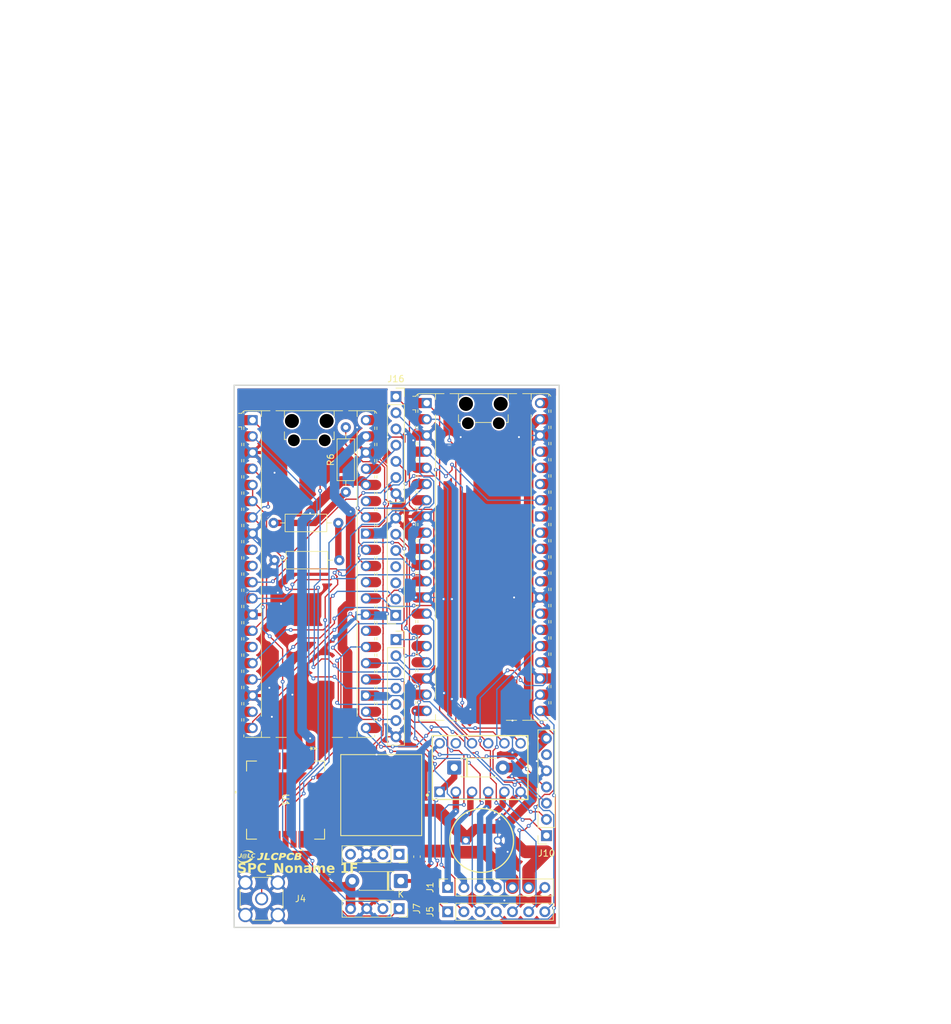
<source format=kicad_pcb>
(kicad_pcb (version 20241229) (generator "pcbnew") (generator_version "9.0")
  (layers (0 "F.Cu" signal) (2 "B.Cu" signal) (13 "F.Paste" user) (15 "B.Paste" user) (5 "F.SilkS" user "F.Silkscreen") (7 "B.SilkS" user "B.Silkscreen") (1 "F.Mask" user) (3 "B.Mask" user) (25 "Edge.Cuts" user))
  (net 0 "")
  (net 1 "GND")
  (net 3 "RX3")
  (net 4 "1_AIN2")
  (net 7 "SDA3")
  (net 9 "RX4")
  (net 11 "RST2")
  (net 12 "2_GP19")
  (net 13 "TX4")
  (net 15 "1_BIN2")
  (net 16 "2_GP18")
  (net 17 "5V")
  (net 18 "1_AIN1")
  (net 19 "SerialUARTRX")
  (net 22 "2_GP16")
  (net 23 "SCL3")
  (net 24 "1_BIN1")
  (net 25 "2_GP17")
  (net 29 "3.3V")
  (net 32 "TX3")
  (net 33 "2_GP15")
  (net 34 "SerialUARTTX")
  (net 35 "2_GP7")
  (net 37 "2_GP14")
  (net 40 "SCK")
  (net 42 "PWM")
  (net 45 "LED2")
  (net 47 "SCL4")
  (net 50 "RX2")
  (net 51 "MOSI")
  (net 53 "SDA4")
  (net 54 "LED3")
  (net 56 "LED4")
  (net 59 "MISO")
  (net 60 "TX1")
  (net 61 "GP21")
  (net 62 "RST")
  (net 63 "CS")
  (net 65 "1_GP10")
  (net 67 "RX1")
  (net 68 "SCL")
  (net 69 "LED1")
  (net 75 "7.4V")
  (net 76 "1_AOUT2")
  (net 78 "1_AOUT1")
  (net 79 "1_BOUT2")
  (net 80 "1_BOUT1")
  (net 81 "RFIO")
  (net 89 "Net-(MD3-TRIM)")
  (net 94 "Net-(R6-Pad1)")
  (net 95 "Net-(R7-Pad1)")
  (net 123 "Net-(D2-K)")
  (net 124 "Net-(D1-K)")
  (footprint "Connector_PinSocket_2.54mm:PinSocket_1x07_P2.54mm_Vertical" (layer "F.Cu") (at 138.938 159.258 90)
    (property "Reference" "J5")
    (property "Value" "Conn_01x07_Pin" (hide yes))
  )
  (footprint "KiCad_DRV8835:AEDRV8835S" (layer "F.Cu") (at 137.668 140.462 90)
    (property "Reference" "IC1" (hide yes))
    (property "Value" "AE-DRV8835-S" (hide yes))
  )
  (footprint "Connector_PinSocket_2.54mm:PinSocket_1x07_P2.54mm_Vertical" (layer "F.Cu") (at 138.938 155.448 90)
    (property "Reference" "J1")
    (property "Value" "Conn_01x07_Pin" (hide yes))
  )
  (footprint "LOGO" (layer "F.Cu") (at 110.998 150.622)
    (property "Reference" "G***" (hide yes))
    (property "Value" "LOGO" (hide yes))
  )
  (footprint "Connector_PinSocket_2.54mm:PinSocket_1x07_P2.54mm_Vertical" (layer "F.Cu") (at 130.81 116.586)
    (property "Reference" "J3" (hide yes))
    (property "Value" "Conn_01x07_Pin" (hide yes))
  )
  (footprint "Diode_THT:D_DO-41_SOD81_P7.62mm_Horizontal" (layer "F.Cu") (at 131.572 154.432 180)
    (property "Reference" "D1" (hide yes))
    (property "Value" "D")
  )
  (footprint "Connector_PinSocket_2.54mm:PinSocket_1x07_P2.54mm_Vertical" (layer "F.Cu") (at 130.81 78.486)
    (property "Reference" "J16")
    (property "Value" "Conn_01x07_Pin" (hide yes))
  )
  (footprint "raspberrypipico:RaspberryPi_Pico_Common_Unspecified2" (layer "F.Cu") (at 144.526 103.632)
    (property "Reference" "A1" (hide yes))
    (property "Value" "RaspberryPi_Pico")
  )
  (footprint "Connector_PinSocket_2.54mm:PinSocket_1x07_P2.54mm_Vertical" (layer "F.Cu") (at 154.432 147.32 180)
    (property "Reference" "J10")
    (property "Value" "Conn_01x07_Pin" (hide yes))
  )
  (footprint "raspberrypipico:RaspberryPi_Pico_Common_Unspecified2" (layer "F.Cu") (at 117.209 106.314)
    (property "Reference" "A3" (hide yes))
    (property "Value" "RaspberryPi_Pico")
  )
  (footprint "Capacitor_SMD:C_0603_1608Metric" (layer "F.Cu") (at 120.396 153.924)
    (property "Reference" "C4" (hide yes))
    (property "Value" "10uf")
  )
  (footprint "kicad_OKL_T_6_W12N_C:MURATA_OKL-T-6-W12N-C_0" (layer "F.Cu") (at 128.497 140.97 180)
    (property "Reference" "MD3" (hide yes))
    (property "Value" "OKL-T_6-W12N-C")
  )
  (footprint "Capacitor_SMD:C_0603_1608Metric" (layer "F.Cu") (at 134.112 150.622 -90)
    (property "Reference" "C1" (hide yes))
    (property "Value" "22uf")
  )
  (footprint "KiCad_Lora:QFN_90687_SEE" (layer "F.Cu") (at 113.4872 141.752 -90)
    (property "Reference" "U1")
    (property "Value" "317990687")
  )
  (footprint "Connector_PinSocket_2.54mm:PinSocket_1x07_P2.54mm_Vertical" (layer "F.Cu") (at 130.785 112.776 180)
    (property "Reference" "J2" (hide yes))
    (property "Value" "Conn_01x07_Pin" (hide yes))
  )
  (footprint "Resistor_THT:R_Axial_DIN0207_L6.3mm_D2.5mm_P10.16mm_Horizontal" (layer "F.Cu") (at 121.766019 98.298 180)
    (property "Reference" "R7" (hide yes))
    (property "Value" "R")
  )
  (footprint "Connector_PinSocket_2.54mm:PinSocket_1x04_P2.54mm_Vertical" (layer "F.Cu") (at 131.298 150.245 -90)
    (property "Reference" "J11" (hide yes))
    (property "Value" "Conn_01x04_Pin" (hide yes))
  )
  (footprint "Connector_PinSocket_2.54mm:PinSocket_1x04_P2.54mm_Vertical" (layer "F.Cu") (at 131.308 158.775 -90)
    (property "Reference" "J7")
    (property "Value" "Conn_01x04_Pin" (hide yes))
  )
  (footprint "Resistor_THT:R_Axial_DIN0207_L6.3mm_D2.5mm_P10.16mm_Horizontal" (layer "F.Cu") (at 122.936 93.472 90)
    (property "Reference" "R6")
    (property "Value" "R")
  )
  (footprint "Diode_THT:D_DO-41_SOD81_P7.62mm_Horizontal" (layer "F.Cu") (at 139.954 136.652)
    (property "Reference" "D2" (hide yes))
    (property "Value" "D")
  )
  (footprint "Resistor_THT:R_Axial_DIN0207_L6.3mm_D2.5mm_P10.16mm_Horizontal" (layer "F.Cu") (at 111.76 104.14)
    (property "Reference" "R8" (hide yes))
    (property "Value" "R")
  )
  (footprint "KiCad_16SEPC470M:CAPPRD500W65D1000H1300" (layer "F.Cu") (at 141.772 148.082)
    (property "Reference" "C5" (hide yes))
    (property "Value" "470uf" (hide yes))
  )
  (footprint "Connector_Coaxial:SMA_Amphenol_901-144_Vertical" (layer "F.Cu") (at 109.728 157.226)
    (property "Reference" "J4")
    (property "Value" "Conn_Coaxial" (hide yes))
  )
  (gr_line (start 105.41 76.708) (end 105.41 161.708) (stroke (width 0.2)) (layer "Edge.Cuts"))
  (gr_line (start 156.42 76.708) (end 105.41 76.708) (stroke (width 0.2)) (layer "Edge.Cuts"))
  (gr_line (start 105.41 161.708) (end 156.42 161.708) (stroke (width 0.2)) (layer "Edge.Cuts"))
  (gr_line (start 156.42 161.708) (end 156.42 76.708) (stroke (width 0.2)) (layer "Edge.Cuts"))
  (gr_text "SPC_Noname 1F" (at 105.918 153.416 0) (layer "F.SilkS") (effects (font (size 1.5 1.5) (thickness 0.2) (bold yes)) (justify left bottom)))
  (segment (start 135.636 122.682) (end 136.906 123.952) (width 0.2) (layer "F.Cu") (net 1))
  (segment (start 148.336 149.646) (end 148.336 149.86) (width 0.2) (layer "F.Cu") (net 1))
  (segment (start 149.011715 138.008285) (end 150.368 139.36457) (width 0.2) (layer "F.Cu") (net 1))
  (segment (start 133.93 109.982) (end 135.636 109.982) (width 0.2) (layer "F.Cu") (net 1))
  (segment (start 131.731472 84.836) (end 129.54 84.836) (width 0.2) (layer "F.Cu") (net 1))
  (segment (start 147.828 157.48) (end 152.146 157.48) (width 0.2) (layer "F.Cu") (net 1))
  (segment (start 130.540518 108.852722) (end 131.481057 108.852722) (width 0.2) (layer "F.Cu") (net 1))
  (segment (start 130.785 97.536) (end 130.785 93.751) (width 0.2) (layer "F.Cu") (net 1))
  (segment (start 149.767 128.617) (end 149.767 122.843) (width 0.2) (layer "F.Cu") (net 1))
  (segment (start 108.319 87.264) (end 108.6 87.264) (width 0.2) (layer "F.Cu") (net 1))
  (segment (start 138.268 110.236) (end 139.608 110.236) (width 0.2) (layer "F.Cu") (net 1))
  (segment (start 126.099 87.264) (end 124.714 85.879) (width 0.2) (layer "F.Cu") (net 1))
  (segment (start 130.785 93.751) (end 130.81 93.726) (width 0.2) (layer "F.Cu") (net 1))
  (segment (start 129.198057 131.826) (end 127.762 133.262057) (width 0.2) (layer "F.Cu") (net 1))
  (segment (start 150.368 139.36457) (end 150.368 140.462) (width 0.2) (layer "F.Cu") (net 1))
  (segment (start 150.368 141.478) (end 147.066 144.78) (width 0.2) (layer "F.Cu") (net 1))
  (segment (start 109.724626 125.364) (end 110.940313 124.148313) (width 0.2) (layer "F.Cu") (net 1))
  (segment (start 120.904 116.586) (end 114.554 122.936) (width 0.2) (layer "F.Cu") (net 1))
  (segment (start 138.675029 124.968) (end 139.608 125.900971) (width 0.2) (layer "F.Cu") (net 1))
  (segment (start 114.554 122.936) (end 114.554 125.222) (width 0.2) (layer "F.Cu") (net 1))
  (segment (start 126.099 87.264) (end 127.28315 87.264) (width 0.2) (layer "F.Cu") (net 1))
  (segment (start 146.772 148.082) (end 148.336 149.646) (width 0.2) (layer "F.Cu") (net 1))
  (segment (start 130.81 131.826) (end 129.198057 131.826) (width 0.2) (layer "F.Cu") (net 1))
  (segment (start 129.405 109.98824) (end 130.540518 108.852722) (width 0.2) (layer "F.Cu") (net 1))
  (segment (start 127.28315 87.264) (end 129.433 89.41385) (width 0.2) (layer "F.Cu") (net 1))
  (segment (start 138.338 124.968) (end 138.675029 124.968) (width 0.2) (layer "F.Cu") (net 1))
  (segment (start 129.433 92.349) (end 129.433 89.41385) (width 0.2) (layer "F.Cu") (net 1))
  (segment (start 150.368 140.462) (end 150.368 141.478) (width 0.2) (layer "F.Cu") (net 1))
  (segment (start 108.319 125.364) (end 109.724626 125.364) (width 0.2) (layer "F.Cu") (net 1))
  (segment (start 133.604 98.552) (end 131.801 98.552) (width 0.2) (layer "F.Cu") (net 1))
  (segment (start 127.762 133.262057) (end 127.762 134.62) (width 0.2) (layer "F.Cu") (net 1))
  (segment (start 149.098 129.286) (end 149.767 128.617) (width 0.2) (layer "F.Cu") (net 1))
  (segment (start 134.112 83.342) (end 133.53 83.924) (width 0.2) (layer "F.Cu") (net 1))
  (segment (start 152.146 157.48) (end 154.178 155.448) (width 0.2) (layer "F.Cu") (net 1))
  (segment (start 149.767 122.843) (end 149.606 122.682) (width 0.2) (layer "F.Cu") (net 1))
  (segment (start 132.33 84.237472) (end 131.731472 84.836) (width 0.2) (layer "F.Cu") (net 1))
  (segment (start 124.714 85.879) (end 124.714 83.312) (width 0.2) (layer "F.Cu") (net 1))
  (segment (start 129.433 92.349) (end 130.81 93.726) (width 0.2) (layer "F.Cu") (net 1))
  (segment (start 133.857157 123.933925) (end 134.384075 123.933925) (width 0.2) (layer "F.Cu") (net 1))
  (segment (start 108.6 87.264) (end 111.76 90.424) (width 0.2) (layer "F.Cu") (net 1))
  (segment (start 133.53 83.924) (end 133.53 85.344) (width 0.2) (layer "F.Cu") (net 1))
  (segment (start 134.384075 123.933925) (end 135.636 122.682) (width 0.2) (layer "F.Cu") (net 1))
  (segment (start 129.405 112.535412) (end 129.405 109.98824) (width 0.2) (layer "F.Cu") (net 1))
  (segment (start 135.382 97.536) (end 135.636 97.282) (width 0.2) (layer "F.Cu") (net 1))
  (segment (start 131.801 98.552) (end 130.785 97.536) (width 0.2) (layer "F.Cu") (net 1))
  (via (at 132.33 84.237472) (size 0.6) (drill 0.3) (layers "F.Cu" "B.Cu") (net 1))
  (via (at 134.112 83.342) (size 0.6) (drill 0.3) (layers "F.Cu" "B.Cu") (net 1))
  (via (at 136.906 123.952) (size 0.6) (drill 0.3) (layers "F.Cu" "B.Cu") (net 1))
  (via (at 139.608 110.236) (size 0.6) (drill 0.3) (layers "F.Cu" "B.Cu") (net 1))
  (via (at 120.904 116.586) (size 0.6) (drill 0.3) (layers "F.Cu" "B.Cu") (net 1))
  (via (at 110.940313 124.148313) (size 0.6) (drill 0.3) (layers "F.Cu" "B.Cu") (net 1))
  (via (at 149.098 134.274) (size 0.6) (drill 0.3) (layers "F.Cu" "B.Cu") (net 1))
  (via (at 149.606 122.682) (size 0.6) (drill 0.3) (layers "F.Cu" "B.Cu") (net 1))
  (via (at 150.114 84.836) (size 0.6) (drill 0.3) (layers "F.Cu" "B.Cu") (net 1))
  (via (at 133.53 85.344) (size 0.6) (drill 0.3) (layers "F.Cu" "B.Cu") (net 1))
  (via (at 124.714 83.312) (size 0.6) (drill 0.3) (layers "F.Cu" "B.Cu") (net 1))
  (via (at 129.405 112.535412) (size 0.6) (drill 0.3) (layers "F.Cu" "B.Cu") (net 1))
  (via (at 133.857157 123.933925) (size 0.6) (drill 0.3) (layers "F.Cu" "B.Cu") (net 1))
  (via (at 139.608 125.900971) (size 0.6) (drill 0.3) (layers "F.Cu" "B.Cu") (net 1))
  (via (at 147.828 157.48) (size 0.6) (drill 0.3) (layers "F.Cu" "B.Cu") (net 1))
  (via (at 138.268 110.236) (size 0.6) (drill 0.3) (layers "F.Cu" "B.Cu") (net 1))
  (via (at 133.604 98.552) (size 0.6) (drill 0.3) (layers "F.Cu" "B.Cu") (net 1))
  (via (at 142.494 127.508) (size 0.6) (drill 0.3) (layers "F.Cu" "B.Cu") (net 1))
  (via (at 131.481057 108.852722) (size 0.6) (drill 0.3) (layers "F.Cu" "B.Cu") (net 1))
  (via (at 149.011715 138.008285) (size 0.6) (drill 0.3) (layers "F.Cu" "B.Cu") (net 1))
  (via (at 112.776 110.998) (size 0.6) (drill 0.3) (layers "F.Cu" "B.Cu") (net 1))
  (via (at 138.338 124.968) (size 0.6) (drill 0.3) (layers "F.Cu" "B.Cu") (net 1))
  (via (at 133.93 109.982) (size 0.6) (drill 0.3) (layers "F.Cu" "B.Cu") (net 1))
  (via (at 129.54 84.836) (size 0.6) (drill 0.3) (layers "F.Cu" "B.Cu") (net 1))
  (via (at 114.554 125.222) (size 0.6) (drill 0.3) (layers "F.Cu" "B.Cu") (net 1))
  (via (at 152.908 135.636) (size 0.6) (drill 0.3) (layers "F.Cu" "B.Cu") (net 1))
  (via (at 149.098 129.286) (size 0.6) (drill 0.3) (layers "F.Cu" "B.Cu") (net 1))
  (via (at 140.97 84.836) (size 0.6) (drill 0.3) (layers "F.Cu" "B.Cu") (net 1))
  (via (at 149.352 109.982) (size 0.6) (drill 0.3) (layers "F.Cu" "B.Cu") (net 1))
  (via (at 111.76 90.424) (size 0.6) (drill 0.3) (layers "F.Cu" "B.Cu") (net 1))
  (via (at 112.268 109.22) (size 0.6) (drill 0.3) (layers "F.Cu" "B.Cu") (net 1))
  (via (at 111.335735 128.694265) (size 0.6) (drill 0.3) (layers "F.Cu" "B.Cu") (net 1))
  (via (at 127.762 134.62) (size 0.6) (drill 0.3) (layers "F.Cu" "B.Cu") (net 1))
  (via (at 147.066 144.78) (size 0.6) (drill 0.3) (layers "F.Cu" "B.Cu") (net 1))
  (via (at 148.336 149.86) (size 0.6) (drill 0.3) (layers "F.Cu" "B.Cu") (net 1))
  (segment (start 150.368 84.582) (end 150.114 84.836) (width 0.2) (layer "B.Cu") (net 1))
  (segment (start 111.76 90.424) (end 111.76 96.523) (width 0.2) (layer "B.Cu") (net 1))
  (segment (start 152.315 121.581) (end 150.707 121.581) (width 0.2) (layer "B.Cu") (net 1))
  (segment (start 112.071 109.023) (end 107.86295 109.023) (width 0.2) (layer "B.Cu") (net 1))
  (segment (start 154.432 137.16) (end 152.908 135.636) (width 0.2) (layer "B.Cu") (net 1))
  (segment (start 132.610335 109.982) (end 133.93 109.982) (width 0.2) (layer "B.Cu") (net 1))
  (segment (start 126.099 112.664) (end 129.276412 112.664) (width 0.2) (layer "B.Cu") (net 1))
  (segment (start 146.772 145.074) (end 146.772 148.082) (width 0.2) (layer "B.Cu") (net 1))
  (segment (start 126.099 125.364) (end 132.427082 125.364) (width 0.2) (layer "B.Cu") (net 1))
  (segment (start 137.322 123.952) (end 138.338 124.968) (width 0.2) (layer "B.Cu") (net 1))
  (segment (start 151.546 134.274) (end 149.098 134.274) (width 0.2) (layer "B.Cu") (net 1))
  (segment (start 139.608 125.725943) (end 141.390057 127.508) (width 0.2) (layer "B.Cu") (net 1))
  (segment (start 134.396 83.342) (end 134.112 83.342) (width 0.2) (layer "B.Cu") (net 1))
  (segment (start 148.336 149.86) (end 147.828 150.368) (width 0.2) (layer "B.Cu") (net 1))
  (segment (start 147.828 150.368) (end 147.828 157.48) (width 0.2) (layer "B.Cu") (net 1))
  (segment (start 136.906 123.952) (end 137.322 123.952) (width 0.2) (layer "B.Cu") (net 1))
  (segment (start 111.76 96.523) (end 108.319 99.964) (width 0.2) (layer "B.Cu") (net 1))
  (segment (start 139.861 85.945) (end 140.97 84.836) (width 0.2) (layer "B.Cu") (net 1))
  (segment (start 147.066 144.78) (end 146.772 145.074) (width 0.2) (layer "B.Cu") (net 1))
  (segment (start 134.366 98.552) (end 133.604 98.552) (width 0.2) (layer "B.Cu") (net 1))
  (segment (start 108.319 112.242076) (end 109.656076 110.905) (width 0.2) (layer "B.Cu") (net 1))
  (segment (start 153.583715 138.008285) (end 149.011715 138.008285) (width 0.2) (layer "B.Cu") (net 1))
  (segment (start 136.999 85.945) (end 139.861 85.945) (width 0.2) (layer "B.Cu") (net 1))
  (segment (start 154.432 137.16) (end 153.583715 138.008285) (width 0.2) (layer "B.Cu") (net 1))
  (segment (start 152.908 135.636) (end 151.546 134.274) (width 0.2) (layer "B.Cu") (net 1))
  (segment (start 107.218 111.563) (end 108.319 112.664) (width 0.2) (layer "B.Cu") (net 1))
  (segment (start 111.407 109.023) (end 107.86295 109.023) (width 0.2) (layer "B.Cu") (net 1))
  (segment (start 153.416 109.982) (end 152.315 108.881) (width 0.2) (layer "B.Cu") (net 1))
  (segment (start 131.481057 108.852722) (end 132.610335 109.982) (width 0.2) (layer "B.Cu") (net 1))
  (segment (start 111.76 104.14) (end 112.268 104.648) (width 0.2) (layer "B.Cu") (net 1))
  (segment (start 153.416 122.682) (end 152.315 121.581) (width 0.2) (layer "B.Cu") (net 1))
  (segment (start 135.636 109.982) (end 138.014 109.982) (width 0.2) (layer "B.Cu") (net 1))
  (segment (start 135.636 97.282) (end 134.366 98.552) (width 0.2) (layer "B.Cu") (net 1))
  (segment (start 150.453 108.881) (end 149.352 109.982) (width 0.2) (layer "B.Cu") (net 1))
  (segment (start 138.014 109.982) (end 138.268 110.236) (width 0.2) (layer "B.Cu") (net 1))
  (segment (start 149.098 134.274) (end 149.098 129.286) (width 0.2) (layer "B.Cu") (net 1))
  (segment (start 124.826 112.664) (end 120.904 116.586) (width 0.2) (layer "B.Cu") (net 1))
  (segment (start 112.107 104.487) (end 112.107 108.323) (width 0.2) (layer "B.Cu") (net 1))
  (segment (start 132.427082 125.364) (end 133.857157 123.933925) (width 0.2) (layer "B.Cu") (net 1))
  (segment (start 112.268 109.22) (end 112.071 109.023) (width 0.2) (layer "B.Cu") (net 1))
  (segment (start 133.436528 85.344) (end 132.33 84.237472) (width 0.2) (layer "B.Cu") (net 1))
  (segment (start 141.390057 127.508) (end 142.494 127.508) (width 0.2) (layer "B.Cu") (net 1))
  (segment (start 135.636 84.582) (end 136.999 85.945) (width 0.2) (layer "B.Cu") (net 1))
  (segment (start 112.268 104.648) (end 112.268 109.22) (width 0.2) (layer "B.Cu") (net 1))
  (segment (start 112.683 110.905) (end 112.776 110.998) (width 0.2) (layer "B.Cu") (net 1))
  (segment (start 150.707 121.581) (end 149.606 122.682) (width 0.2) (layer "B.Cu") (net 1))
  (segment (start 132.427082 130.208918) (end 130.81 131.826) (width 0.2) (layer "B.Cu") (net 1))
  (segment (start 112.107 108.323) (end 111.407 109.023) (width 0.2) (layer "B.Cu") (net 1))
  (segment (start 132.427082 125.364) (end 132.427082 130.208918) (width 0.2) (layer "B.Cu") (net 1))
  (segment (start 110.940313 124.148313) (end 111.252 124.46) (width 0.2) (layer "B.Cu") (net 1))
  (segment (start 109.656076 110.905) (end 112.683 110.905) (width 0.2) (layer "B.Cu") (net 1))
  (segment (start 108.319 100.699) (end 111.76 104.14) (width 0.2) (layer "B.Cu") (net 1))
  (segment (start 107.218 109.66795) (end 107.218 111.563) (width 0.2) (layer "B.Cu") (net 1))
  (segment (start 111.76 104.14) (end 112.107 104.487) (width 0.2) (layer "B.Cu") (net 1))
  (segment (start 108.319 99.964) (end 108.319 100.699) (width 0.2) (layer "B.Cu") (net 1))
  (segment (start 108.319 112.664) (end 108.319 112.242076) (width 0.2) (layer "B.Cu") (net 1))
  (segment (start 152.315 108.881) (end 150.453 108.881) (width 0.2) (layer "B.Cu") (net 1))
  (segment (start 129.276412 112.664) (end 129.405 112.535412) (width 0.2) (layer "B.Cu") (net 1))
  (segment (start 111.252 128.61053) (end 111.335735 128.694265) (width 0.2) (layer "B.Cu") (net 1))
  (segment (start 139.608 110.236) (end 139.608 125.725943) (width 0.2) (layer "B.Cu") (net 1))
  (segment (start 111.252 124.46) (end 111.252 128.61053) (width 0.2) (layer "B.Cu") (net 1))
  (segment (start 153.416 84.582) (end 150.368 84.582) (width 0.2) (layer "B.Cu") (net 1))
  (segment (start 133.53 85.344) (end 133.436528 85.344) (width 0.2) (layer "B.Cu") (net 1))
  (segment (start 126.099 112.664) (end 124.826 112.664) (width 0.2) (layer "B.Cu") (net 1))
  (segment (start 135.636 84.582) (end 134.396 83.342) (width 0.2) (layer "B.Cu") (net 1))
  (segment (start 107.86295 109.023) (end 107.218 109.66795) (width 0.2) (layer "B.Cu") (net 1))
  (segment (start 132.33 114.863) (end 132.33 114.776472) (width 0.2) (layer "F.Cu") (net 3))
  (segment (start 132.529 114.182527) (end 132.529 103.77053) (width 0.2) (layer "F.Cu") (net 3))
  (segment (start 132.33 114.381527) (end 132.529 114.182527) (width 0.2) (layer "F.Cu") (net 3))
  (segment (start 132.842 103.45753) (end 132.842 102.133) (width 0.2) (layer "F.Cu") (net 3))
  (segment (start 132.33 114.559897) (end 132.33 114.863) (width 0.2) (layer "F.Cu") (net 3))
  (segment (start 132.842 102.133) (end 130.785 100.076) (width 0.2) (layer "F.Cu") (net 3))
  (segment (start 132.33 114.559897) (end 132.33 114.381527) (width 0.2) (layer "F.Cu") (net 3))
  (segment (start 132.529 103.77053) (end 132.842 103.45753) (width 0.2) (layer "F.Cu") (net 3))
  (via (at 132.33 114.776472) (size 0.6) (drill 0.3) (layers "F.Cu" "B.Cu") (net 3))
  (segment (start 134.205 116.580943) (end 134.112 116.673943) (width 0.2) (layer "B.Cu") (net 3))
  (segment (start 133.319793 115.766265) (end 133.35 115.736057) (width 0.2) (layer "B.Cu") (net 3))
  (segment (start 134.205 116.332) (end 134.278057 116.332) (width 0.2) (layer "B.Cu") (net 3))
  (segment (start 134.205 116.083057) (end 134.205 116.332) (width 0.2) (layer "B.Cu") (net 3))
  (segment (start 134.112 116.673943) (end 134.112 118.618) (width 0.2) (layer "B.Cu") (net 3))
  (segment (start 133.852943 115.731) (end 134.205 116.083057) (width 0.2) (layer "B.Cu") (net 3))
  (segment (start 134.278057 116.332) (end 134.205 116.405057) (width 0.2) (layer "B.Cu") (net 3))
  (segment (start 134.205 116.405057) (end 134.205 116.580943) (width 0.2) (layer "B.Cu") (net 3))
  (segment (start 132.33 114.776472) (end 133.289585 115.736057) (width 0.2) (layer "B.Cu") (net 3))
  (segment (start 134.112 118.618) (end 135.636 120.142) (width 0.2) (layer "B.Cu") (net 3))
  (segment (start 133.35 115.736057) (end 133.355057 115.731) (width 0.2) (layer "B.Cu") (net 3))
  (segment (start 133.355057 115.731) (end 133.852943 115.731) (width 0.2) (layer "B.Cu") (net 3))
  (segment (start 133.289585 115.736057) (end 133.35 115.736057) (width 0.2) (layer "B.Cu") (net 3))
  (segment (start 144.162 131.716) (end 142.1891 131.716) (width 0.2) (layer "F.Cu") (net 4))
  (segment (start 142.1891 131.716) (end 140.208 129.7349) (width 0.2) (layer "F.Cu") (net 4))
  (segment (start 145.288 132.842) (end 144.162 131.716) (width 0.2) (layer "F.Cu") (net 4))
  (segment (start 140.208 129.7349) (end 140.208 86.36) (width 0.2) (layer "F.Cu") (net 4))
  (segment (start 140.208 86.36) (end 139.192 85.344) (width 0.2) (layer "F.Cu") (net 4))
  (via (at 139.192 85.344) (size 0.6) (drill 0.3) (layers "F.Cu" "B.Cu") (net 4))
  (segment (start 137.414 82.042) (end 135.636 82.042) (width 0.2) (layer "B.Cu") (net 4))
  (segment (start 139.192 83.82) (end 137.414 82.042) (width 0.2) (layer "B.Cu") (net 4))
  (segment (start 139.192 85.344) (end 139.192 83.82) (width 0.2) (layer "B.Cu") (net 4))
  (segment (start 136.737 120.59805) (end 136.09205 121.243) (width 0.2) (layer "B.Cu") (net 7))
  (segment (start 136.737 113.623) (end 136.737 120.59805) (width 0.2) (layer "B.Cu") (net 7))
  (segment (start 132.927 121.243) (end 130.81 119.126) (width 0.2) (layer "B.Cu") (net 7))
  (segment (start 136.09205 121.243) (end 132.927 121.243) (width 0.2) (layer "B.Cu") (net 7))
  (segment (start 135.636 112.522) (end 136.737 113.623) (width 0.2) (layer "B.Cu") (net 7))
  (segment (start 121.400413 106.512942) (end 121.616735 106.729265) (width 0.2) (layer "F.Cu") (net 9))
  (segment (start 121.666 107.95) (end 119.703 109.913) (width 0.2) (layer "F.Cu") (net 9))
  (segment (start 121.616735 106.729265) (end 121.504 106.842) (width 0.2) (layer "F.Cu") (net 9))
  (segment (start 121.504 106.842) (end 121.504 107.097416) (width 0.2) (layer "F.Cu") (net 9))
  (segment (start 121.400413 106.495943) (end 121.400413 106.512942) (width 0.2) (layer "F.Cu") (net 9))
  (segment (start 121.666 107.259416) (end 121.666 107.95) (width 0.2) (layer "F.Cu") (net 9))
  (segment (start 114.7372 142.3108) (end 116.332 140.716) (width 0.2) (layer "F.Cu") (net 9))
  (segment (start 121.185183 106.099889) (end 121.158 106.127072) (width 0.2) (layer "F.Cu") (net 9))
  (segment (start 121.504 107.097416) (end 121.666 107.259416) (width 0.2) (layer "F.Cu") (net 9))
  (segment (start 121.158 106.127072) (end 121.158 106.25353) (width 0.2) (layer "F.Cu") (net 9))
  (segment (start 114.7372 147.8988) (end 114.7372 142.3108) (width 0.2) (layer "F.Cu") (net 9))
  (segment (start 119.703 109.913) (end 119.703 113.538) (width 0.2) (layer "F.Cu") (net 9))
  (segment (start 121.158 106.25353) (end 121.400413 106.495943) (width 0.2) (layer "F.Cu") (net 9))
  (via (at 119.703 113.538) (size 0.6) (drill 0.3) (layers "F.Cu" "B.Cu") (net 9))
  (via (at 121.185183 106.099889) (size 0.6) (drill 0.3) (layers "F.Cu" "B.Cu") (net 9))
  (via (at 116.332 140.716) (size 0.6) (drill 0.3) (layers "F.Cu" "B.Cu") (net 9))
  (segment (start 121.185183 106.099889) (end 121.621072 105.664) (width 0.2) (layer "B.Cu") (net 9))
  (segment (start 119.703 135.517986) (end 119.703 113.538) (width 0.2) (layer "B.Cu") (net 9))
  (segment (start 123.698 104.902) (end 123.698 100.33) (width 0.2) (layer "B.Cu") (net 9))
  (segment (start 125.503 98.525) (end 128.16824 98.525) (width 0.2) (layer "B.Cu") (net 9))
  (segment (start 116.332 140.716) (end 116.332 138.888986) (width 0.2) (layer "B.Cu") (net 9))
  (segment (start 121.621072 105.664) (end 122.936 105.664) (width 0.2) (layer "B.Cu") (net 9))
  (segment (start 133.992 96.386) (end 135.636 94.742) (width 0.2) (layer "B.Cu") (net 9))
  (segment (start 130.30724 96.386) (end 133.992 96.386) (width 0.2) (layer "B.Cu") (net 9))
  (segment (start 122.936 105.664) (end 123.698 104.902) (width 0.2) (layer "B.Cu") (net 9))
  (segment (start 116.332 138.888986) (end 119.703 135.517986) (width 0.2) (layer "B.Cu") (net 9))
  (segment (start 128.16824 98.525) (end 130.30724 96.386) (width 0.2) (layer "B.Cu") (net 9))
  (segment (start 123.698 100.33) (end 125.503 98.525) (width 0.2) (layer "B.Cu") (net 9))
  (segment (start 122.174 133.0484) (end 122.174 119.126) (width 0.2) (layer "F.Cu") (net 11))
  (segment (start 112.2372 147.8988) (end 112.2372 142.9852) (width 0.2) (layer "F.Cu") (net 11))
  (segment (start 112.2372 142.9852) (end 122.174 133.0484) (width 0.2) (layer "F.Cu") (net 11))
  (segment (start 122.174 119.126) (end 120.904 117.856) (width 0.2) (layer "F.Cu") (net 11))
  (via (at 120.904 117.856) (size 0.6) (drill 0.3) (layers "F.Cu" "B.Cu") (net 11))
  (segment (start 124.657 114.103) (end 131.76 114.103) (width 0.2) (layer "B.Cu") (net 11))
  (segment (start 134.53 100.928) (end 135.636 99.822) (width 0.2) (layer "B.Cu") (net 11))
  (segment (start 134.53 111.333) (end 134.53 100.928) (width 0.2) (layer "B.Cu") (net 11))
  (segment (start 131.76 114.103) (end 134.53 111.333) (width 0.2) (layer "B.Cu") (net 11))
  (segment (start 120.904 117.856) (end 124.657 114.103) (width 0.2) (layer "B.Cu") (net 11))
  (segment (start 149.446467 139.351533) (end 149.032934 138.938) (width 0.2) (layer "F.Cu") (net 12))
  (segment (start 146.05 137.109314) (end 146.05 134.027441) (width 0.2) (layer "F.Cu") (net 12))
  (segment (start 147.878686 138.938) (end 146.05 137.109314) (width 0.2) (layer "F.Cu") (net 12))
  (segment (start 146.05 134.027441) (end 146.642882 133.434559) (width 0.2) (layer "F.Cu") (net 12))
  (segment (start 149.032934 138.938) (end 147.878686 138.938) (width 0.2) (layer "F.Cu") (net 12))
  (via (at 146.642882 133.434559) (size 0.6) (drill 0.3) (layers "F.Cu" "B.Cu") (net 12))
  (via (at 149.446467 139.351533) (size 0.6) (drill 0.3) (layers "F.Cu" "B.Cu") (net 12))
  (segment (start 146.642882 124.375118) (end 153.416 117.602) (width 0.2) (layer "B.Cu") (net 12))
  (segment (start 153.281 141.656101) (end 153.281 142.71676) (width 0.2) (layer "B.Cu") (net 12))
  (segment (start 146.642882 133.434559) (end 146.642882 124.375118) (width 0.2) (layer "B.Cu") (net 12))
  (segment (start 150.562899 138.938) (end 153.281 141.656101) (width 0.2) (layer "B.Cu") (net 12))
  (segment (start 149.446467 139.351533) (end 149.86 138.938) (width 0.2) (layer "B.Cu") (net 12))
  (segment (start 155.583 144.06524) (end 155.583 157.853) (width 0.2) (layer "B.Cu") (net 12))
  (segment (start 154.90876 143.391) (end 155.583 144.06524) (width 0.2) (layer "B.Cu") (net 12))
  (segment (start 155.583 157.853) (end 154.178 159.258) (width 0.2) (layer "B.Cu") (net 12))
  (segment (start 153.95524 143.391) (end 154.90876 143.391) (width 0.2) (layer "B.Cu") (net 12))
  (segment (start 149.86 138.938) (end 150.562899 138.938) (width 0.2) (layer "B.Cu") (net 12))
  (segment (start 153.281 142.71676) (end 153.95524 143.391) (width 0.2) (layer "B.Cu") (net 12))
  (segment (start 113.4872 142.583729) (end 117.825901 138.245028) (width 0.2) (layer "F.Cu") (net 13))
  (segment (start 113.4872 147.8988) (end 113.4872 142.583729) (width 0.2) (layer "F.Cu") (net 13))
  (via (at 117.825901 138.245028) (size 0.6) (drill 0.3) (layers "F.Cu" "B.Cu") (net 13))
  (segment (start 125.719338 95.985) (end 131.853 95.985) (width 0.2) (layer "B.Cu") (net 13))
  (segment (start 131.853 95.985) (end 135.636 92.202) (width 0.2) (layer "B.Cu") (net 13))
  (segment (start 120.303 135.767929) (end 120.303 101.401338) (width 0.2) (layer "B.Cu") (net 13))
  (segment (start 120.303 101.401338) (end 125.719338 95.985) (width 0.2) (layer "B.Cu") (net 13))
  (segment (start 117.825901 138.245028) (end 120.303 135.767929) (width 0.2) (layer "B.Cu") (net 13))
  (segment (start 147.99 130.464) (end 150.368 132.842) (width 0.2) (layer "F.Cu") (net 15))
  (segment (start 143.256 130.464) (end 147.99 130.464) (width 0.2) (layer "F.Cu") (net 15))
  (via (at 143.256 130.464) (size 0.6) (drill 0.3) (layers "F.Cu" "B.Cu") (net 15))
  (segment (start 135.636 89.662) (end 138.938 92.964) (width 0.2) (layer "B.Cu") (net 15))
  (segment (start 138.938 128.357943) (end 141.044057 130.464) (width 0.2) (layer "B.Cu") (net 15))
  (segment (start 138.938 92.964) (end 138.938 128.357943) (width 0.2) (layer "B.Cu") (net 15))
  (segment (start 141.044057 130.464) (end 143.256 130.464) (width 0.2) (layer "B.Cu") (net 15))
  (segment (start 145.635 138.269) (end 145.635 134.037529) (width 0.2) (layer "F.Cu") (net 16))
  (segment (start 148.336 121.412) (end 149.185943 121.412) (width 0.2) (layer "F.Cu") (net 16))
  (segment (start 145.635 134.037529) (end 145.565471 133.968) (width 0.2) (layer "F.Cu") (net 16))
  (segment (start 149.185943 121.412) (end 150.368 122.594057) (width 0.2) (layer "F.Cu") (net 16))
  (segment (start 145.565471 133.968) (end 144.821595 133.968) (width 0.2) (layer "F.Cu") (net 16))
  (segment (start 150.368 122.594057) (end 150.368 122.936) (width 0.2) (layer "F.Cu") (net 16))
  (segment (start 146.558 139.192) (end 145.635 138.269) (width 0.2) (layer "F.Cu") (net 16))
  (segment (start 144.821595 133.968) (end 144.02573 133.172135) (width 0.2) (layer "F.Cu") (net 16))
  (segment (start 144.02573 133.172135) (end 144.02573 132.428259) (width 0.2) (layer "F.Cu") (net 16))
  (segment (start 146.558 142.188) (end 146.558 139.192) (width 0.2) (layer "F.Cu") (net 16))
  (via (at 146.558 142.188) (size 0.6) (drill 0.3) (layers "F.Cu" "B.Cu") (net 16))
  (via (at 144.02573 132.428259) (size 0.6) (drill 0.3) (layers "F.Cu" "B.Cu") (net 16))
  (via (at 148.336 121.412) (size 0.6) (drill 0.3) (layers "F.Cu" "B.Cu") (net 16))
  (via (at 150.368 122.936) (size 0.6) (drill 0.3) (layers "F.Cu" "B.Cu") (net 16))
  (segment (start 144.02573 125.72227) (end 148.336 121.412) (width 0.2) (layer "B.Cu") (net 16))
  (segment (start 150.368 122.936) (end 151.22 123.788) (width 0.2) (layer "B.Cu") (net 16))
  (segment (start 152.789 158.107) (end 152.789 148.244265) (width 0.2) (layer "B.Cu") (net 16))
  (segment (start 153.874122 123.788) (end 154.522 123.140122) (width 0.2) (layer "B.Cu") (net 16))
  (segment (start 151.638 159.258) (end 152.789 158.107) (width 0.2) (layer "B.Cu") (net 16))
  (segment (start 144.02573 132.428259) (end 144.02573 125.72227) (width 0.2) (layer "B.Cu") (net 16))
  (segment (start 151.22 123.788) (end 153.874122 123.788) (width 0.2) (layer "B.Cu") (net 16))
  (segment (start 152.789 148.244265) (end 146.732735 142.188) (width 0.2) (layer "B.Cu") (net 16))
  (segment (start 154.522 121.248) (end 153.416 120.142) (width 0.2) (layer "B.Cu") (net 16))
  (segment (start 146.732735 142.188) (end 146.558 142.188) (width 0.2) (layer "B.Cu") (net 16))
  (segment (start 154.522 123.140122) (end 154.522 121.248) (width 0.2) (layer "B.Cu") (net 16))
  (segment (start 153.121168 82.042) (end 151.638 83.525168) (width 1.5) (layer "F.Cu") (net 17))
  (segment (start 143.248 146.2435) (end 147.533532 146.2435) (width 1.5) (layer "F.Cu") (net 17))
  (segment (start 124.105 143.341) (end 137.3935 143.341) (width 2) (layer "F.Cu") (net 17))
  (segment (start 123.134318 111.271) (end 122.4015 112.003818) (width 1.5) (layer "F.Cu") (net 17))
  (segment (start 123.698 111.271) (end 123.134318 111.271) (width 1.5) (layer "F.Cu") (net 17))
  (segment (start 149.069644 136.652) (end 152.144 139.726356) (width 1) (layer "F.Cu") (net 17))
  (segment (start 123.225 118.690662) (end 123.224999 133.483739) (width 1.5) (layer "F.Cu") (net 17))
  (segment (start 123.034 155.35) (end 120.45265 155.35) (width 1.5) (layer "F.Cu") (net 17))
  (segment (start 151.638 129.286) (end 154.432 132.08) (width 1.5) (layer "F.Cu") (net 17))
  (segment (start 122.4025 134.306238) (end 122.4025 142.4925) (width 1.5) (layer "F.Cu") (net 17))
  (segment (start 141.772 147.7195) (end 143.248 146.2435) (width 1.5) (layer "F.Cu") (net 17))
  (segment (start 122.4015 112.003818) (end 122.4015 112.763818) (width 1.5) (layer "F.Cu") (net 17))
  (segment (start 123.224999 133.483739) (end 122.4025 134.306238) (width 1.5) (layer "F.Cu") (net 17))
  (segment (start 122.428 117.893662) (end 123.225 118.690662) (width 1.5) (layer "F.Cu") (net 17))
  (segment (start 149.853001 136.652) (end 147.574 136.652) (width 1.5) (layer "F.Cu") (net 17))
  (segment (start 120.45265 155.35) (end 119.621 154.51835) (width 1.5) (layer "F.Cu") (net 17))
  (segment (start 123.688 158.775) (end 123.688 154.696) (width 1.5) (layer "F.Cu") (net 17))
  (segment (start 123.698 96.52) (end 123.698 111.271) (width 1.5) (layer "F.Cu") (net 17))
  (segment (start 151.638 152.654) (end 151.638 155.448) (width 2) (layer "F.Cu") (net 17))
  (segment (start 123.952 154.432) (end 123.034 155.35) (width 1.5) (layer "F.Cu") (net 17))
  (segment (start 151.150032 149.86) (end 154.432 149.86) (width 2) (layer "F.Cu") (net 17))
  (segment (start 122.428 112.790318) (end 122.428 117.893662) (width 1.5) (layer "F.Cu") (net 17))
  (segment (start 137.3935 143.341) (end 141.772 147.7195) (width 2) (layer "F.Cu") (net 17))
  (segment (start 152.144 141.633032) (end 147.533532 146.2435) (width 1.5) (layer "F.Cu") (net 17))
  (segment (start 154.432 149.86) (end 151.638 152.654) (width 2) (layer "F.Cu") (net 17))
  (segment (start 147.533532 146.2435) (end 151.150032 149.86) (width 1.5) (layer "F.Cu") (net 17))
  (segment (start 122.4015 112.763818) (end 122.428 112.790318) (width 1.5) (layer "F.Cu") (net 17))
  (segment (start 154.425001 132.08) (end 149.853001 136.652) (width 1.5) (layer "F.Cu") (net 17))
  (segment (start 154.432 132.08) (end 154.425001 132.08) (width 1.5) (layer "F.Cu") (net 17))
  (segment (start 147.574 136.652) (end 149.069644 136.652) (width 1.5) (layer "F.Cu") (net 17))
  (segment (start 122.4025 142.4925) (end 123.698 142.4925) (width 1.5) (layer "F.Cu") (net 17))
  (segment (start 119.621 153.924) (end 119.621 148.703) (width 1.5) (layer "F.Cu") (net 17))
  (segment (start 123.698 142.4925) (end 123.698 144.172) (width 1.5) (layer "F.Cu") (net 17))
  (segment (start 123.925 143.521) (end 124.105 143.341) (width 2) (layer "F.Cu") (net 17))
  (segment (start 152.144 139.726356) (end 152.144 141.633032) (width 1.5) (layer "F.Cu") (net 17))
  (segment (start 123.698 144.172) (end 123.925 144.399) (width 1.5) (layer "F.Cu") (net 17))
  (segment (start 119.621 154.51835) (end 119.621 153.924) (width 1.5) (layer "F.Cu") (net 17))
  (segment (start 123.925 144.399) (end 123.925 143.521) (width 2) (layer "F.Cu") (net 17))
  (segment (start 151.638 83.525168) (end 151.638 129.286) (width 1.5) (layer "F.Cu") (net 17))
  (segment (start 119.621 148.703) (end 123.925 144.399) (width 1.5) (layer "F.Cu") (net 17))
  (segment (start 123.688 154.696) (end 123.952 154.432) (width 1.5) (layer "F.Cu") (net 17))
  (segment (start 153.416 82.042) (end 153.121168 82.042) (width 1.5) (layer "F.Cu") (net 17))
  (via (at 123.698 96.52) (size 0.6) (drill 0.3) (layers "F.Cu" "B.Cu") (net 17))
  (segment (start 121.185 89.343168) (end 125.804168 84.724) (width 1.5) (layer "B.Cu") (net 17))
  (segment (start 123.507712 96.52) (end 121.185 94.197288) (width 1.5) (layer "B.Cu") (net 17))
  (segment (start 121.185 94.197288) (end 121.185 89.343168) (width 1.5) (layer "B.Cu") (net 17))
  (segment (start 123.698 96.52) (end 123.507712 96.52) (width 1.5) (layer "B.Cu") (net 17))
  (segment (start 125.804168 84.724) (end 126.099 84.724) (width 1.5) (layer "B.Cu") (net 17))
  (segment (start 137.668 81.534) (end 135.636 79.502) (width 0.2) (layer "F.Cu") (net 18))
  (segment (start 137.668 127.762) (end 137.668 81.534) (width 0.2) (layer "F.Cu") (net 18))
  (segment (start 142.748 132.842) (end 137.668 127.762) (width 0.2) (layer "F.Cu") (net 18))
  (segment (start 120.563472 107.188) (end 120.903 106.848473) (width 0.2) (layer "F.Cu") (net 19))
  (segment (start 133.53 106.426) (end 134.62 106.426) (width 0.2) (layer "F.Cu") (net 19))
  (segment (start 114.554 107.95) (end 115.316 107.188) (width 0.2) (layer "F.Cu") (net 19))
  (segment (start 134.62 106.426) (end 135.636 107.442) (width 0.2) (layer "F.Cu") (net 19))
  (segment (start 115.316 107.188) (end 120.563472 107.188) (width 0.2) (layer "F.Cu") (net 19))
  (via (at 133.53 106.426) (size 0.6) (drill 0.3) (layers "F.Cu" "B.Cu") (net 19))
  (via (at 120.903 106.848473) (size 0.6) (drill 0.3) (layers "F.Cu" "B.Cu") (net 19))
  (via (at 114.554 107.95) (size 0.6) (drill 0.3) (layers "F.Cu" "B.Cu") (net 19))
  (segment (start 121.081527 107.027) (end 124.351975 107.027) (width 0.2) (layer "B.Cu") (net 19))
  (segment (start 113.162 110.124) (end 108.319 110.124) (width 0.2) (layer "B.Cu") (net 19))
  (segment (start 124.952975 106.426) (end 133.53 106.426) (width 0.2) (layer "B.Cu") (net 19))
  (segment (start 124.351975 107.027) (end 124.952975 106.426) (width 0.2) (layer "B.Cu") (net 19))
  (segment (start 114.554 107.95) (end 114.554 108.732) (width 0.2) (layer "B.Cu") (net 19))
  (segment (start 120.903 106.848473) (end 121.081527 107.027) (width 0.2) (layer "B.Cu") (net 19))
  (segment (start 114.554 108.732) (end 113.162 110.124) (width 0.2) (layer "B.Cu") (net 19))
  (segment (start 155.809 141.197288) (end 155.61 140.998288) (width 0.2) (layer "F.Cu") (net 22))
  (segment (start 155.61 158.674527) (end 155.809 158.475527) (width 0.2) (layer "F.Cu") (net 22))
  (segment (start 155.809 158.475527) (end 155.809 141.197288) (width 0.2) (layer "F.Cu") (net 22))
  (via (at 155.61 140.998288) (size 0.6) (drill 0.3) (layers "F.Cu" "B.Cu") (net 22))
  (via (at 155.61 158.674527) (size 0.6) (drill 0.3) (layers "F.Cu" "B.Cu") (net 22))
  (segment (start 155.61 159.45376) (end 155.61 158.674527) (width 0.2) (layer "B.Cu") (net 22))
  (segment (start 155.61 140.998288) (end 155.61 129.956) (width 0.2) (layer "B.Cu") (net 22))
  (segment (start 146.558 159.258) (end 147.709 160.409) (width 0.2) (layer "B.Cu") (net 22))
  (segment (start 147.709 160.409) (end 154.65476 160.409) (width 0.2) (layer "B.Cu") (net 22))
  (segment (start 154.65476 160.409) (end 155.61 159.45376) (width 0.2) (layer "B.Cu") (net 22))
  (segment (start 155.61 129.956) (end 153.416 127.762) (width 0.2) (layer "B.Cu") (net 22))
  (segment (start 134.366 116.332) (end 135.636 115.062) (width 0.2) (layer "F.Cu") (net 23))
  (segment (start 133.604 116.332) (end 134.366 116.332) (width 0.2) (layer "F.Cu") (net 23))
  (via (at 133.604 116.332) (size 0.6) (drill 0.3) (layers "F.Cu" "B.Cu") (net 23))
  (segment (start 133.35 116.586) (end 133.604 116.332) (width 0.2) (layer "B.Cu") (net 23))
  (segment (start 130.81 116.586) (end 133.35 116.586) (width 0.2) (layer "B.Cu") (net 23))
  (segment (start 141.224 126.492) (end 141.224 129.923646) (width 0.2) (layer "F.Cu") (net 24))
  (segment (start 142.364354 131.064) (end 146.05 131.064) (width 0.2) (layer "F.Cu") (net 24))
  (segment (start 141.224 129.923646) (end 142.364354 131.064) (width 0.2) (layer "F.Cu") (net 24))
  (segment (start 146.05 131.064) (end 147.828 132.842) (width 0.2) (layer "F.Cu") (net 24))
  (via (at 141.224 126.492) (size 0.6) (drill 0.3) (layers "F.Cu" "B.Cu") (net 24))
  (segment (start 141.224 126.492) (end 141.224 92.71) (width 0.2) (layer "B.Cu") (net 24))
  (segment (start 141.224 92.71) (end 135.636 87.122) (width 0.2) (layer "B.Cu") (net 24))
  (segment (start 155.61 140.14976) (end 155.61 131.48) (width 0.2) (layer "F.Cu") (net 25))
  (segment (start 153.195 142.349798) (end 153.195 141.792761) (width 0.2) (layer "F.Cu") (net 25))
  (segment (start 154.136761 140.851) (end 154.90876 140.851) (width 0.2) (layer "F.Cu") (net 25))
  (segment (start 152.695762 142.849036) (end 153.195 142.349798) (width 0.2) (layer "F.Cu") (net 25))
  (segment (start 155.61 131.48) (end 153.67 129.54) (width 0.2) (layer "F.Cu") (net 25))
  (segment (start 154.90876 140.851) (end 155.61 140.14976) (width 0.2) (layer "F.Cu") (net 25))
  (segment (start 150.946103 146.487897) (end 151.638 145.796) (width 0.2) (layer "F.Cu") (net 25))
  (segment (start 153.195 141.792761) (end 154.136761 140.851) (width 0.2) (layer "F.Cu") (net 25))
  (segment (start 150.184103 146.487897) (end 150.946103 146.487897) (width 0.2) (layer "F.Cu") (net 25))
  (via (at 152.695762 142.849036) (size 0.6) (drill 0.3) (layers "F.Cu" "B.Cu") (net 25))
  (via (at 151.638 145.796) (size 0.6) (drill 0.3) (layers "F.Cu" "B.Cu") (net 25))
  (via (at 153.67 129.54) (size 0.6) (drill 0.3) (layers "F.Cu" "B.Cu") (net 25))
  (via (at 150.184103 146.487897) (size 0.6) (drill 0.3) (layers "F.Cu" "B.Cu") (net 25))
  (segment (start 149.098 159.258) (end 150.249 158.107) (width 0.2) (layer "B.Cu") (net 25))
  (segment (start 151.638 145.796) (end 152.695762 144.738238) (width 0.2) (layer "B.Cu") (net 25))
  (segment (start 152.315 128.21805) (end 152.315 126.323) (width 0.2) (layer "B.Cu") (net 25))
  (segment (start 152.695762 144.738238) (end 152.695762 142.849036) (width 0.2) (layer "B.Cu") (net 25))
  (segment (start 153.67 129.54) (end 153.63695 129.54) (width 0.2) (layer "B.Cu") (net 25))
  (segment (start 150.249 158.107) (end 150.249 146.552794) (width 0.2) (layer "B.Cu") (net 25))
  (segment (start 150.249 146.552794) (end 150.184103 146.487897) (width 0.2) (layer "B.Cu") (net 25))
  (segment (start 153.63695 129.54) (end 152.315 128.21805) (width 0.2) (layer "B.Cu") (net 25))
  (segment (start 152.315 126.323) (end 153.416 125.222) (width 0.2) (layer "B.Cu") (net 25))
  (segment (start 125.476 91.721) (end 122.210712 91.721) (width 1.5) (layer "F.Cu") (net 29))
  (segment (start 126.099 92.344) (end 125.476 91.721) (width 1.5) (layer "F.Cu") (net 29))
  (segment (start 117.348 96.583712) (end 117.348 96.774) (width 1.5) (layer "F.Cu") (net 29))
  (segment (start 122.210712 91.721) (end 117.348 96.583712) (width 1.5) (layer "F.Cu") (net 29))
  (segment (start 117.4081 132.1401) (end 117.4081 135.6052) (width 1.5) (layer "F.Cu") (net 29))
  (segment (start 117.348 132.08) (end 117.4081 132.1401) (width 1.5) (layer "F.Cu") (net 29))
  (via (at 117.348 132.08) (size 0.6) (drill 0.3) (layers "F.Cu" "B.Cu") (net 29))
  (via (at 117.348 96.774) (size 0.6) (drill 0.3) (layers "F.Cu" "B.Cu") (net 29))
  (segment (start 116.078 130.81) (end 117.348 132.08) (width 1.5) (layer "B.Cu") (net 29))
  (segment (start 117.348 96.774) (end 116.078 98.044) (width 1.5) (layer "B.Cu") (net 29))
  (segment (start 116.078 98.044) (end 116.078 130.81) (width 1.5) (layer "B.Cu") (net 29))
  (segment (start 131.729 115.024) (end 132.08 115.375) (width 0.2) (layer "F.Cu") (net 32))
  (segment (start 132.08 118.876) (end 132.33 119.126) (width 0.2) (layer "F.Cu") (net 32))
  (segment (start 132.08 115.375) (end 132.08 118.876) (width 0.2) (layer "F.Cu") (net 32))
  (segment (start 130.785 102.616) (end 132.081057 103.912057) (width 0.2) (layer "F.Cu") (net 32))
  (segment (start 134.31107 118.92693) (end 135.636 117.602) (width 0.2) (layer "F.Cu") (net 32))
  (segment (start 131.729 114.132585) (end 131.729 115.024) (width 0.2) (layer "F.Cu") (net 32))
  (segment (start 132.081057 103.912057) (end 132.081057 113.780528) (width 0.2) (layer "F.Cu") (net 32))
  (segment (start 133.572403 118.92693) (end 134.31107 118.92693) (width 0.2) (layer "F.Cu") (net 32))
  (segment (start 132.081057 113.780528) (end 131.729 114.132585) (width 0.2) (layer "F.Cu") (net 32))
  (via (at 132.33 119.126) (size 0.6) (drill 0.3) (layers "F.Cu" "B.Cu") (net 32))
  (via (at 133.572403 118.92693) (size 0.6) (drill 0.3) (layers "F.Cu" "B.Cu") (net 32))
  (segment (start 133.373333 119.126) (end 132.33 119.126) (width 0.2) (layer "B.Cu") (net 32))
  (segment (start 133.572403 118.92693) (end 133.373333 119.126) (width 0.2) (layer "B.Cu") (net 32))
  (segment (start 144.018 141.918) (end 144.018 137.668) (width 0.2) (layer "F.Cu") (net 33))
  (segment (start 133.894 132.08) (end 133.858 132.08) (width 0.2) (layer "F.Cu") (net 33))
  (segment (start 144.288 142.188) (end 144.018 141.918) (width 0.2) (layer "F.Cu") (net 33))
  (segment (start 136.942 135.128) (end 133.894 132.08) (width 0.2) (layer "F.Cu") (net 33))
  (segment (start 133.766 127.762) (end 135.636 127.762) (width 0.2) (layer "F.Cu") (net 33))
  (segment (start 144.018 137.668) (end 142.24 135.89) (width 0.2) (layer "F.Cu") (net 33))
  (via (at 133.858 132.08) (size 0.6) (drill 0.3) (layers "F.Cu" "B.Cu") (net 33))
  (via (at 144.288 142.188) (size 0.6) (drill 0.3) (layers "F.Cu" "B.Cu") (net 33))
  (via (at 136.942 135.128) (size 0.6) (drill 0.3) (layers "F.Cu" "B.Cu") (net 33))
  (via (at 133.766 127.762) (size 0.6) (drill 0.3) (layers "F.Cu" "B.Cu") (net 33))
  (via (at 142.24 135.89) (size 0.6) (drill 0.3) (layers "F.Cu" "B.Cu") (net 33))
  (segment (start 144.018 159.258) (end 142.787 158.027) (width 0.2) (layer "B.Cu") (net 33))
  (segment (start 142.787 143.689) (end 144.288 142.188) (width 0.2) (layer "B.Cu") (net 33))
  (segment (start 133.766 131.988) (end 133.858 132.08) (width 0.2) (layer "B.Cu") (net 33))
  (segment (start 142.787 158.027) (end 142.787 143.689) (width 0.2) (layer "B.Cu") (net 33))
  (segment (start 137.035 135.221) (end 136.942 135.128) (width 0.2) (layer "B.Cu") (net 33))
  (segment (start 133.766 127.762) (end 133.766 131.988) (width 0.2) (layer "B.Cu") (net 33))
  (segment (start 141.571 135.221) (end 137.035 135.221) (width 0.2) (layer "B.Cu") (net 33))
  (segment (start 142.24 135.89) (end 141.571 135.221) (width 0.2) (layer "B.Cu") (net 33))
  (segment (start 113.449111 105.498889) (end 111.506 107.442) (width 0.2) (layer "F.Cu") (net 34))
  (segment (start 134.253997 104.902) (end 133.53 105.625997) (width 0.2) (layer "F.Cu") (net 34))
  (segment (start 122.001413 106.066176) (end 121.434126 105.498889) (width 0.2) (layer "F.Cu") (net 34))
  (segment (start 122.001413 106.263999) (end 122.001413 106.066176) (width 0.2) (layer "F.Cu") (net 34))
  (segment (start 135.636 104.902) (end 134.253997 104.902) (width 0.2) (layer "F.Cu") (net 34))
  (segment (start 121.434126 105.498889) (end 113.449111 105.498889) (width 0.2) (layer "F.Cu") (net 34))
  (via (at 133.53 105.625997) (size 0.6) (drill 0.3) (layers "F.Cu" "B.Cu") (net 34))
  (via (at 122.001413 106.263999) (size 0.6) (drill 0.3) (layers "F.Cu" "B.Cu") (net 34))
  (via (at 111.506 107.442) (size 0.6) (drill 0.3) (layers "F.Cu" "B.Cu") (net 34))
  (segment (start 122.775 106.587) (end 122.324414 106.587) (width 0.2) (layer "B.Cu") (net 34))
  (segment (start 111.364 107.584) (end 108.319 107.584) (width 0.2) (layer "B.Cu") (net 34))
  (segment (start 125.419 103.943) (end 122.775 106.587) (width 0.2) (layer "B.Cu") (net 34))
  (segment (start 133.53 105.625997) (end 131.847003 103.943) (width 0.2) (layer "B.Cu") (net 34))
  (segment (start 111.506 107.442) (end 111.364 107.584) (width 0.2) (layer "B.Cu") (net 34))
  (segment (start 122.324414 106.587) (end 122.001413 106.263999) (width 0.2) (layer "B.Cu") (net 34))
  (segment (start 131.847003 103.943) (end 125.419 103.943) (width 0.2) (layer "B.Cu") (net 34))
  (segment (start 136.906 129.54) (end 133.604 129.54) (width 0.2) (layer "F.Cu") (net 35))
  (segment (start 138.924004 131.558004) (end 136.906 129.54) (width 0.2) (layer "F.Cu") (net 35))
  (segment (start 132.93 128.866) (end 132.93 103.93663) (width 0.2) (layer "F.Cu") (net 35))
  (segment (start 136.35945 141.40545) (end 136.35945 137.522492) (width 0.2) (layer "F.Cu") (net 35))
  (segment (start 136.652 156.972) (end 138.938 159.258) (width 0.2) (layer "F.Cu") (net 35))
  (segment (start 133.604 129.54) (end 132.93 128.866) (width 0.2) (layer "F.Cu") (net 35))
  (segment (start 137.317965 151.988035) (end 136.652 152.654) (width 0.2) (layer "F.Cu") (net 35))
  (segment (start 137.317965 151.245999) (end 137.317965 151.988035) (width 0.2) (layer "F.Cu") (net 35))
  (segment (start 136.652 152.654) (end 136.652 156.972) (width 0.2) (layer "F.Cu") (net 35))
  (segment (start 134.50463 102.362) (end 135.636 102.362) (width 0.2) (layer "F.Cu") (net 35))
  (segment (start 136.741002 141.787002) (end 136.35945 141.40545) (width 0.2) (layer "F.Cu") (net 35))
  (segment (start 132.93 103.93663) (end 134.50463 102.362) (width 0.2) (layer "F.Cu") (net 35))
  (segment (start 138.924004 134.957938) (end 138.924004 131.558004) (width 0.2) (layer "F.Cu") (net 35))
  (segment (start 136.35945 137.522492) (end 138.924004 134.957938) (width 0.2) (layer "F.Cu") (net 35))
  (segment (start 137.142 141.787002) (end 136.741002 141.787002) (width 0.2) (layer "F.Cu") (net 35))
  (via (at 137.142 141.787002) (size 0.6) (drill 0.3) (layers "F.Cu" "B.Cu") (net 35))
  (via (at 137.317965 151.245999) (size 0.6) (drill 0.3) (layers "F.Cu" "B.Cu") (net 35))
  (segment (start 136.943 141.986002) (end 137.142 141.787002) (width 0.2) (layer "B.Cu") (net 35))
  (segment (start 136.943 150.913) (end 136.943 141.986002) (width 0.2) (layer "B.Cu") (net 35))
  (segment (start 137.317965 151.245999) (end 137.275999 151.245999) (width 0.2) (layer "B.Cu") (net 35))
  (segment (start 137.275999 151.245999) (end 136.943 150.913) (width 0.2) (layer "B.Cu") (net 35))
  (segment (start 141.478 142.494) (end 141.478 134.771595) (width 0.2) (layer "F.Cu") (net 37))
  (segment (start 140.089 154.043) (end 137.938 151.892) (width 0.2) (layer "F.Cu") (net 37))
  (segment (start 141.478 159.258) (end 140.089 157.869) (width 0.2) (layer "F.Cu") (net 37))
  (segment (start 140.089 157.869) (end 140.089 154.043) (width 0.2) (layer "F.Cu") (net 37))
  (segment (start 140.683207 133.976802) (end 139.524004 133.976802) (width 0.2) (layer "F.Cu") (net 37))
  (segment (start 134.43321 126.42479) (end 135.636 125.222) (width 0.2) (layer "F.Cu") (net 37))
  (segment (start 141.478 134.771595) (end 140.683207 133.976802) (width 0.2) (layer "F.Cu") (net 37))
  (via (at 137.938 151.892) (size 0.6) (drill 0.3) (layers "F.Cu" "B.Cu") (net 37))
  (via (at 141.478 142.494) (size 0.6) (drill 0.3) (layers "F.Cu" "B.Cu") (net 37))
  (via (at 134.43321 126.42479) (size 0.6) (drill 0.3) (layers "F.Cu" "B.Cu") (net 37))
  (via (at 139.524004 133.976802) (size 0.6) (drill 0.3) (layers "F.Cu" "B.Cu") (net 37))
  (segment (start 137.482405 131.064) (end 138.794 132.375595) (width 0.2) (layer "B.Cu") (net 37))
  (segment (start 139.070495 142.494) (end 141.478 142.494) (width 0.2) (layer "B.Cu") (net 37))
  (segment (start 137.938 151.892) (end 137.938 143.626495) (width 0.2) (layer "B.Cu") (net 37))
  (segment (start 134.366 129.286) (end 136.144 131.064) (width 0.2) (layer "B.Cu") (net 37))
  (segment (start 136.144 131.064) (end 137.482405 131.064) (width 0.2) (layer "B.Cu") (net 37))
  (segment (start 137.938 143.626495) (end 139.070495 142.494) (width 0.2) (layer "B.Cu") (net 37))
  (segment (start 134.43321 126.42479) (end 134.43321 126.645129) (width 0.2) (layer "B.Cu") (net 37))
  (segment (start 134.366 126.712339) (end 134.366 129.286) (width 0.2) (layer "B.Cu") (net 37))
  (segment (start 134.43321 126.645129) (end 134.366 126.712339) (width 0.2) (layer "B.Cu") (net 37))
  (segment (start 138.794 133.246798) (end 139.524004 133.976802) (width 0.2) (layer "B.Cu") (net 37))
  (segment (start 138.794 132.375595) (end 138.794 133.246798) (width 0.2) (layer "B.Cu") (net 37))
  (segment (start 145.034 134.874) (end 144.78 135.128) (width 0.2) (layer "F.Cu") (net 40))
  (segment (start 132.119695 129.071695) (end 132.119695 123.229695) (width 0.2) (layer "F.Cu") (net 40))
  (segment (start 154.178 139.7) (end 151.384 136.906) (width 0.2) (layer "F.Cu") (net 40))
  (segment (start 137.668 134.62) (end 132.119695 129.071695) (width 0.2) (layer "F.Cu") (net 40))
  (segment (start 144.78 135.128) (end 142.494 135.128) (width 0.2) (layer "F.Cu") (net 40))
  (segment (start 142.494 135.128) (end 142.24 134.874) (width 0.2) (layer "F.Cu") (net 40))
  (segment (start 132.119695 123.229695) (end 131.826 122.936) (width 0.2) (layer "F.Cu") (net 40))
  (segment (start 154.432 139.7) (end 154.178 139.7) (width 0.2) (layer "F.Cu") (net 40))
  (via (at 142.24 134.874) (size 0.6) (drill 0.3) (layers "F.Cu" "B.Cu") (net 40))
  (via (at 151.384 136.906) (size 0.6) (drill 0.3) (layers "F.Cu" "B.Cu") (net 40))
  (via (at 137.668 134.62) (size 0.6) (drill 0.3) (layers "F.Cu" "B.Cu") (net 40))
  (via (at 131.826 122.936) (size 0.6) (drill 0.3) (layers "F.Cu" "B.Cu") (net 40))
  (via (at 145.034 134.874) (size 0.6) (drill 0.3) (layers "F.Cu" "B.Cu") (net 40))
  (segment (start 149.352 134.874) (end 145.034 134.874) (width 0.2) (layer "B.Cu") (net 40))
  (segment (start 142.24 134.874) (end 141.986 134.62) (width 0.2) (layer "B.Cu") (net 40))
  (segment (start 131.826 122.936) (end 131.714 122.824) (width 0.2) (layer "B.Cu") (net 40))
  (segment (start 151.384 136.906) (end 149.352 134.874) (width 0.2) (layer "B.Cu") (net 40))
  (segment (start 131.714 122.824) (end 126.099 122.824) (width 0.2) (layer "B.Cu") (net 40))
  (segment (start 141.986 134.62) (end 137.668 134.62) (width 0.2) (layer "B.Cu") (net 40))
  (segment (start 121.574 119.888) (end 121.759 120.073) (width 0.2) (layer "F.Cu") (net 42))
  (segment (start 121.759 120.073) (end 121.759 126.307) (width 0.2) (layer "F.Cu") (net 42))
  (segment (start 121.759 126.307) (end 121.574 126.492) (width 0.2) (layer "F.Cu") (net 42))
  (via (at 121.574 119.888) (size 0.6) (drill 0.3) (layers "F.Cu" "B.Cu") (net 42))
  (via (at 121.574 126.492) (size 0.6) (drill 0.3) (layers "F.Cu" "B.Cu") (net 42))
  (segment (start 123.718 117.744) (end 121.574 119.888) (width 0.2) (layer "B.Cu") (net 42))
  (segment (start 121.574 126.492) (end 121.828 126.746) (width 0.2) (layer "B.Cu") (net 42))
  (segment (start 121.828 126.746) (end 130.81 126.746) (width 0.2) (layer "B.Cu") (net 42))
  (segment (start 126.099 117.744) (end 123.718 117.744) (width 0.2) (layer "B.Cu") (net 42))
  (segment (start 124.968 103.378) (end 124.968 103.913) (width 0.2) (layer "F.Cu") (net 45))
  (segment (start 124.968 103.913) (end 126.099 105.044) (width 0.2) (layer "F.Cu") (net 45))
  (segment (start 132.103285 102.325084) (end 132.103285 102.306525) (width 0.2) (layer "F.Cu") (net 45))
  (segment (start 132.103285 102.306525) (end 131.180322 101.383562) (width 0.2) (layer "F.Cu") (net 45))
  (segment (start 131.180322 101.383562) (end 130.234 101.383562) (width 0.2) (layer "F.Cu") (net 45))
  (via (at 130.234 101.383562) (size 0.6) (drill 0.3) (layers "F.Cu" "B.Cu") (net 45))
  (via (at 132.103285 102.325084) (size 0.6) (drill 0.3) (layers "F.Cu" "B.Cu") (net 45))
  (via (at 124.968 103.378) (size 0.6) (drill 0.3) (layers "F.Cu" "B.Cu") (net 45))
  (segment (start 129.026943 101.384562) (end 128.529057 101.384562) (width 0.2) (layer "B.Cu") (net 45))
  (segment (start 134.535 90.45605) (end 134.535 84.751) (width 0.2) (layer "B.Cu") (net 45))
  (segment (start 135.17995 91.101) (end 134.535 90.45605) (width 0.2) (layer "B.Cu") (net 45))
  (segment (start 132.103285 99.11754) (end 135.377825 95.843) (width 0.2) (layer "B.Cu") (net 45))
  (segment (start 136.09205 91.101) (end 135.17995 91.101) (width 0.2) (layer "B.Cu") (net 45))
  (segment (start 124.968 102.07795) (end 124.968 103.378) (width 0.2) (layer "B.Cu") (net 45))
  (segment (start 125.69995 101.346) (end 124.968 102.07795) (width 0.2) (layer "B.Cu") (net 45))
  (segment (start 136.09205 95.843) (end 136.737 95.19805) (width 0.2) (layer "B.Cu") (net 45))
  (segment (start 129.065505 101.346) (end 129.026943 101.384562) (width 0.2) (layer "B.Cu") (net 45))
  (segment (start 130.196438 101.346) (end 129.065505 101.346) (width 0.2) (layer "B.Cu") (net 45))
  (segment (start 136.737 91.74595) (end 136.09205 91.101) (width 0.2) (layer "B.Cu") (net 45))
  (segment (start 130.234 101.383562) (end 130.196438 101.346) (width 0.2) (layer "B.Cu") (net 45))
  (segment (start 135.377825 95.843) (end 136.09205 95.843) (width 0.2) (layer "B.Cu") (net 45))
  (segment (start 128.529057 101.384562) (end 128.490495 101.346) (width 0.2) (layer "B.Cu") (net 45))
  (segment (start 134.535 84.751) (end 130.81 81.026) (width 0.2) (layer "B.Cu") (net 45))
  (segment (start 136.737 95.19805) (end 136.737 91.74595) (width 0.2) (layer "B.Cu") (net 45))
  (segment (start 128.490495 101.346) (end 125.69995 101.346) (width 0.2) (layer "B.Cu") (net 45))
  (segment (start 132.103285 102.325084) (end 132.103285 99.11754) (width 0.2) (layer "B.Cu") (net 45))
  (segment (start 116.098 116.332) (end 118.872 116.332) (width 0.2) (layer "F.Cu") (net 47))
  (segment (start 114.691 117.739) (end 116.098 116.332) (width 0.2) (layer "F.Cu") (net 47))
  (segment (start 121.1525 114.0515) (end 121.1525 113.284) (width 0.2) (layer "F.Cu") (net 47))
  (segment (start 118.872 116.332) (end 121.1525 114.0515) (width 0.2) (layer "F.Cu") (net 47))
  (via (at 121.1525 113.284) (size 0.6) (drill 0.3) (layers "F.Cu" "B.Cu") (net 47))
  (via (at 114.691 117.739) (size 0.6) (drill 0.3) (layers "F.Cu" "B.Cu") (net 47))
  (segment (start 114.691 117.739) (end 109.606 122.824) (width 0.2) (layer "B.Cu") (net 47))
  (segment (start 121.1525 113.284) (end 122.8785 111.558) (width 0.2) (layer "B.Cu") (net 47))
  (segment (start 129.567 111.558) (end 130.785 112.776) (width 0.2) (layer "B.Cu") (net 47))
  (segment (start 122.8785 111.558) (end 129.567 111.558) (width 0.2) (layer "B.Cu") (net 47))
  (segment (start 109.606 122.824) (end 108.319 122.824) (width 0.2) (layer "B.Cu") (net 47))
  (segment (start 110.744 92.229) (end 110.744 95.758) (width 0.2) (layer "F.Cu") (net 50))
  (segment (start 109.905019 99.010019) (end 109.905019 111.506) (width 0.2) (layer "F.Cu") (net 50))
  (segment (start 113.03 118.11) (end 113.03 123.19) (width 0.2) (layer "F.Cu") (net 50))
  (segment (start 110.998 116.078) (end 113.03 118.11) (width 0.2) (layer "F.Cu") (net 50))
  (segment (start 108.319 97.424) (end 109.905019 99.010019) (width 0.2) (layer "F.Cu") (net 50))
  (segment (start 108.319 89.804) (end 110.744 92.229) (width 0.2) (layer "F.Cu") (net 50))
  (via (at 110.744 95.758) (size 0.6) (drill 0.3) (layers "F.Cu" "B.Cu") (net 50))
  (via (at 110.998 116.078) (size 0.6) (drill 0.3) (layers "F.Cu" "B.Cu") (net 50))
  (via (at 113.03 123.19) (size 0.6) (drill 0.3) (layers "F.Cu" "B.Cu") (net 50))
  (via (at 109.905019 111.506) (size 0.6) (drill 0.3) (layers "F.Cu" "B.Cu") (net 50))
  (segment (start 110.744 95.758) (end 109.985 95.758) (width 0.2) (layer "B.Cu") (net 50))
  (segment (start 123.21124 157.624) (end 127.617 157.624) (width 0.2) (layer "B.Cu") (net 50))
  (segment (start 109.905019 114.985019) (end 110.998 116.078) (width 0.2) (layer "B.Cu") (net 50))
  (segment (start 113.03 123.19) (end 113.03 147.44276) (width 0.2) (layer "B.Cu") (net 50))
  (segment (start 113.03 147.44276) (end 123.21124 157.624) (width 0.2) (layer "B.Cu") (net 50))
  (segment (start 109.905019 111.506) (end 109.905019 114.985019) (width 0.2) (layer "B.Cu") (net 50))
  (segment (start 127.617 157.624) (end 128.768 158.775) (width 0.2) (layer "B.Cu") (net 50))
  (segment (start 109.985 95.758) (end 108.319 97.424) (width 0.2) (layer "B.Cu") (net 50))
  (segment (start 153.2334 143.5814) (end 151.9634 143.5814) (width 0.2) (layer "F.Cu") (net 51))
  (segment (start 154.432 144.78) (end 153.2334 143.5814) (width 0.2) (layer "F.Cu") (net 51))
  (via (at 151.9634 143.5814) (size 0.6) (drill 0.3) (layers "F.Cu" "B.Cu") (net 51))
  (segment (start 148.582405 139.336) (end 147.649595 139.336) (width 0.2) (layer "B.Cu") (net 51))
  (segment (start 149.242 139.995595) (end 148.582405 139.336) (width 0.2) (layer "B.Cu") (net 51))
  (segment (start 134.535 125.67805) (end 134.535 123.76324) (width 0.2) (layer "B.Cu") (net 51))
  (segment (start 134.535 123.76324) (end 131.05576 120.284) (width 0.2) (layer "B.Cu") (net 51))
  (segment (start 131.05576 120.284) (end 126.099 120.284) (width 0.2) (layer "B.Cu") (net 51))
  (segment (start 141.622 133.308405) (end 141.622 131.85295) (width 0.2) (layer "B.Cu") (net 51))
  (segment (start 141.622 131.85295) (end 136.09205 126.323) (width 0.2) (layer "B.Cu") (net 51))
  (segment (start 151.9634 143.5814) (end 151.894995 143.5814) (width 0.2) (layer "B.Cu") (net 51))
  (segment (start 149.242 140.928405) (end 149.242 139.995595) (width 0.2) (layer "B.Cu") (net 51))
  (segment (start 136.09205 126.323) (end 135.17995 126.323) (width 0.2) (layer "B.Cu") (net 51))
  (segment (start 147.649595 139.336) (end 141.622 133.308405) (width 0.2) (layer "B.Cu") (net 51))
  (segment (start 151.894995 143.5814) (end 149.242 140.928405) (width 0.2) (layer "B.Cu") (net 51))
  (segment (start 135.17995 126.323) (end 134.535 125.67805) (width 0.2) (layer "B.Cu") (net 51))
  (segment (start 119.422443 115.062) (end 120.5515 113.932943) (width 0.2) (layer "F.Cu") (net 53))
  (segment (start 120.5515 110.0805) (end 120.904 109.728) (width 0.2) (layer "F.Cu") (net 53))
  (segment (start 120.5515 113.932943) (end 120.5515 110.0805) (width 0.2) (layer "F.Cu") (net 53))
  (segment (start 114.3 115.062) (end 119.422443 115.062) (width 0.2) (layer "F.Cu") (net 53))
  (via (at 120.904 109.728) (size 0.6) (drill 0.3) (layers "F.Cu" "B.Cu") (net 53))
  (via (at 114.3 115.062) (size 0.6) (drill 0.3) (layers "F.Cu" "B.Cu") (net 53))
  (segment (start 120.904 109.728) (end 121.609 109.023) (width 0.2) (layer "B.Cu") (net 53))
  (segment (start 114.3 115.062) (end 113.541 115.062) (width 0.2) (layer "B.Cu") (net 53))
  (segment (start 121.609 109.023) (end 129.572 109.023) (width 0.2) (layer "B.Cu") (net 53))
  (segment (start 113.541 115.062) (end 108.319 120.284) (width 0.2) (layer "B.Cu") (net 53))
  (segment (start 129.572 109.023) (end 130.785 110.236) (width 0.2) (layer "B.Cu") (net 53))
  (segment (start 129.032 97.983122) (end 128.157122 98.858) (width 0.2) (layer "F.Cu") (net 54))
  (segment (start 129.032 95.25) (end 129.032 97.983122) (width 0.2) (layer "F.Cu") (net 54))
  (segment (start 124.968 99.179406) (end 124.968 101.373) (width 0.2) (layer "F.Cu") (net 54))
  (segment (start 124.968 101.373) (end 126.099 102.504) (width 0.2) (layer "F.Cu") (net 54))
  (segment (start 128.157122 98.858) (end 125.289406 98.858) (width 0.2) (layer "F.Cu") (net 54))
  (segment (start 125.289406 98.858) (end 124.968 99.179406) (width 0.2) (layer "F.Cu") (net 54))
  (via (at 129.032 95.25) (size 0.6) (drill 0.3) (layers "F.Cu" "B.Cu") (net 54))
  (segment (start 129.032 93.63824) (end 129.032 95.25) (width 0.2) (layer "B.Cu") (net 54))
  (segment (start 130.81 83.566) (end 131.961 84.717) (width 0.2) (layer "B.Cu") (net 54))
  (segment (start 131.961 91.66276) (end 131.28676 92.337) (width 0.2) (layer "B.Cu") (net 54))
  (segment (start 131.28676 92.337) (end 130.33324 92.337) (width 0.2) (layer "B.Cu") (net 54))
  (segment (start 130.33324 92.337) (end 129.032 93.63824) (width 0.2) (layer "B.Cu") (net 54))
  (segment (start 131.961 84.717) (end 131.961 91.66276) (width 0.2) (layer "B.Cu") (net 54))
  (segment (start 124.816034 95.960983) (end 124.816034 96.141034) (width 0.2) (layer "F.Cu") (net 56))
  (segment (start 124.816034 96.141034) (end 126.099 97.424) (width 0.2) (layer "F.Cu") (net 56))
  (via (at 124.816034 95.960983) (size 0.6) (drill 0.3) (layers "F.Cu" "B.Cu") (net 56))
  (segment (start 125.64295 91.243) (end 124.816034 92.069916) (width 0.2) (layer "B.Cu") (net 56))
  (segment (start 130.81 86.106) (end 130.81 86.671) (width 0.2) (layer "B.Cu") (net 56))
  (segment (start 124.816034 92.069916) (end 124.816034 95.960983) (width 0.2) (layer "B.Cu") (net 56))
  (segment (start 130.81 86.671) (end 126.238 91.243) (width 0.2) (layer "B.Cu") (net 56))
  (segment (start 126.238 91.243) (end 125.64295 91.243) (width 0.2) (layer "B.Cu") (net 56))
  (segment (start 130.302 133.35) (end 128.524 133.35) (width 0.2) (layer "F.Cu") (net 59))
  (segment (start 136.398 130.302) (end 136.398 130.826527) (width 0.2) (layer "F.Cu") (net 59))
  (segment (start 128.524 133.35) (end 128.480735 133.393265) (width 0.2) (layer "F.Cu") (net 59))
  (segment (start 141.622 132.663595) (end 140.022405 131.064) (width 0.2) (layer "F.Cu") (net 59))
  (segment (start 141.622 133.308405) (end 141.622 132.663595) (width 0.2) (layer "F.Cu") (net 59))
  (segment (start 143.519063 134.356939) (end 142.670534 134.356939) (width 0.2) (layer "F.Cu") (net 59))
  (segment (start 136.398 130.826527) (end 135.560527 131.664) (width 0.2) (layer "F.Cu") (net 59))
  (segment (start 142.670534 134.356939) (end 141.622 133.308405) (width 0.2) (layer "F.Cu") (net 59))
  (segment (start 140.022405 131.064) (end 139.7 131.064) (width 0.2) (layer "F.Cu") (net 59))
  (via (at 136.398 130.302) (size 0.6) (drill 0.3) (layers "F.Cu" "B.Cu") (net 59))
  (via (at 139.7 131.064) (size 0.6) (drill 0.3) (layers "F.Cu" "B.Cu") (net 59))
  (via (at 143.519063 134.356939) (size 0.6) (drill 0.3) (layers "F.Cu" "B.Cu") (net 59))
  (via (at 130.302 133.35) (size 0.6) (drill 0.3) (layers "F.Cu" "B.Cu") (net 59))
  (via (at 135.560527 131.664) (size 0.6) (drill 0.3) (layers "F.Cu" "B.Cu") (net 59))
  (via (at 128.480735 133.393265) (size 0.6) (drill 0.3) (layers "F.Cu" "B.Cu") (net 59))
  (segment (start 126.099 131.01153) (end 126.099 130.444) (width 0.2) (layer "B.Cu") (net 59))
  (segment (start 138.938 130.302) (end 136.398 130.302) (width 0.2) (layer "B.Cu") (net 59))
  (segment (start 150.728999 138.537) (end 149.6939 138.537) (width 0.2) (layer "B.Cu") (net 59))
  (segment (start 133.874527 133.35) (end 130.302 133.35) (width 0.2) (layer "B.Cu") (net 59))
  (segment (start 149.6939 138.537) (end 149.5469 138.684) (width 0.2) (layer "B.Cu") (net 59))
  (segment (start 154.432 142.24) (end 150.728999 138.537) (width 0.2) (layer "B.Cu") (net 59))
  (segment (start 135.560527 131.664) (end 133.874527 133.35) (width 0.2) (layer "B.Cu") (net 59))
  (segment (start 149.5469 138.684) (end 147.624686 138.684) (width 0.2) (layer "B.Cu") (net 59))
  (segment (start 143.519063 134.578377) (end 143.519063 134.356939) (width 0.2) (layer "B.Cu") (net 59))
  (segment (start 128.480735 133.393265) (end 126.099 131.01153) (width 0.2) (layer "B.Cu") (net 59))
  (segment (start 139.7 131.064) (end 138.938 130.302) (width 0.2) (layer "B.Cu") (net 59))
  (segment (start 147.624686 138.684) (end 143.519063 134.578377) (width 0.2) (layer "B.Cu") (net 59))
  (segment (start 113.898 87.763) (end 115.404918 87.763) (width 0.2) (layer "F.Cu") (net 60))
  (segment (start 119.127 119.633) (end 120.141 119.633) (width 0.2) (layer "F.Cu") (net 60))
  (segment (start 120.141 119.633) (end 121.158 120.65) (width 0.2) (layer "F.Cu") (net 60))
  (segment (start 118.908972 91.267054) (end 118.908972 93.254972) (width 0.2) (layer "F.Cu") (net 60))
  (segment (start 108.319 82.184) (end 113.898 87.763) (width 0.2) (layer "F.Cu") (net 60))
  (segment (start 117.856 120.904) (end 119.127 119.633) (width 0.2) (layer "F.Cu") (net 60))
  (segment (start 115.404918 87.763) (end 118.908972 91.267054) (width 0.2) (layer "F.Cu") (net 60))
  (via (at 117.856 120.904) (size 0.6) (drill 0.3) (layers "F.Cu" "B.Cu") (net 60))
  (via (at 118.908972 93.254972) (size 0.6) (drill 0.3) (layers "F.Cu" "B.Cu") (net 60))
  (via (at 121.158 120.65) (size 0.6) (drill 0.3) (layers "F.Cu" "B.Cu") (net 60))
  (segment (start 117.998 108.208057) (end 118.908972 107.297085) (width 0.2) (layer "B.Cu") (net 60))
  (segment (start 117.856 120.904) (end 117.856 119.075522) (width 0.2) (layer "B.Cu") (net 60))
  (segment (start 122.174 121.666) (end 130.81 121.666) (width 0.2) (layer "B.Cu") (net 60))
  (segment (start 117.998 118.933522) (end 117.998 108.208057) (width 0.2) (layer "B.Cu") (net 60))
  (segment (start 121.158 120.65) (end 122.174 121.666) (width 0.2) (layer "B.Cu") (net 60))
  (segment (start 118.908972 107.297085) (end 118.908972 93.254972) (width 0.2) (layer "B.Cu") (net 60))
  (segment (start 117.856 119.075522) (end 117.998 118.933522) (width 0.2) (layer "B.Cu") (net 60))
  (segment (start 137.16 90.051265) (end 137.068 89.959265) (width 0.2) (layer "F.Cu") (net 61))
  (segment (start 138.640735 90.975265) (end 139.608 90.008) (width 0.2) (layer "F.Cu") (net 61))
  (segment (start 139.608 90.008) (end 139.608 89.154) (width 0.2) (layer "F.Cu") (net 61))
  (segment (start 133.604 90.932) (end 137.16 90.932) (width 0.2) (layer "F.Cu") (net 61))
  (segment (start 132.33 92.142288) (end 132.33 90.166) (width 0.2) (layer "F.Cu") (net 61))
  (segment (start 137.16 90.932) (end 137.16 90.051265) (width 0.2) (layer "F.Cu") (net 61))
  (segment (start 132.33 90.166) (end 130.81 88.646) (width 0.2) (layer "F.Cu") (net 61))
  (via (at 138.640735 90.975265) (size 0.6) (drill 0.3) (layers "F.Cu" "B.Cu") (net 61))
  (via (at 139.608 89.154) (size 0.6) (drill 0.3) (layers "F.Cu" "B.Cu") (net 61))
  (via (at 133.604 90.932) (size 0.6) (drill 0.3) (layers "F.Cu" "B.Cu") (net 61))
  (via (at 137.068 89.959265) (size 0.6) (drill 0.3) (layers "F.Cu" "B.Cu") (net 61))
  (via (at 132.33 92.142288) (size 0.6) (drill 0.3) (layers "F.Cu" "B.Cu") (net 61))
  (segment (start 145.196 94.742) (end 143.845 93.391) (width 0.2) (layer "B.Cu") (net 61))
  (segment (start 139.608 89.154) (end 143.845 93.391) (width 0.2) (layer "B.Cu") (net 61))
  (segment (start 133.540288 90.932) (end 133.604 90.932) (width 0.2) (layer "B.Cu") (net 61))
  (segment (start 132.33 92.142288) (end 133.540288 90.932) (width 0.2) (layer "B.Cu") (net 61))
  (segment (start 137.068 89.959265) (end 137.624735 89.959265) (width 0.2) (layer "B.Cu") (net 61))
  (segment (start 153.416 94.742) (end 145.196 94.742) (width 0.2) (layer "B.Cu") (net 61))
  (segment (start 137.624735 89.959265) (end 138.640735 90.975265) (width 0.2) (layer "B.Cu") (net 61))
  (segment (start 114.046 122.1685) (end 114.046 123.73405) (width 0.2) (layer "F.Cu") (net 62))
  (segment (start 108.319 129.46105) (end 108.319 130.444) (width 0.2) (layer "F.Cu") (net 62))
  (segment (start 125.548232 129.104232) (end 128.205 129.104232) (width 0.2) (layer "F.Cu") (net 62))
  (segment (start 123.6525 112.522) (end 124.968 113.8375) (width 0.2) (layer "F.Cu") (net 62))
  (segment (start 114.046 123.73405) (end 108.319 129.46105) (width 0.2) (layer "F.Cu") (net 62))
  (segment (start 124.968 113.8375) (end 124.968 128.524) (width 0.2) (layer "F.Cu") (net 62))
  (segment (start 124.968 128.524) (end 125.548232 129.104232) (width 0.2) (layer "F.Cu") (net 62))
  (segment (start 121.1525 115.062) (end 114.046 122.1685) (width 0.2) (layer "F.Cu") (net 62))
  (via (at 121.1525 115.062) (size 0.6) (drill 0.3) (layers "F.Cu" "B.Cu") (net 62))
  (via (at 123.6525 112.522) (size 0.6) (drill 0.3) (layers "F.Cu" "B.Cu") (net 62))
  (via (at 128.205 129.104232) (size 0.6) (drill 0.3) (layers "F.Cu" "B.Cu") (net 62))
  (segment (start 123.6525 112.522) (end 121.955527 114.218973) (width 0.2) (layer "B.Cu") (net 62))
  (segment (start 121.955527 114.258973) (end 121.1525 115.062) (width 0.2) (layer "B.Cu") (net 62))
  (segment (start 130.628232 129.104232) (end 128.205 129.104232) (width 0.2) (layer "B.Cu") (net 62))
  (segment (start 130.81 129.286) (end 130.628232 129.104232) (width 0.2) (layer "B.Cu") (net 62))
  (segment (start 121.955527 114.218973) (end 121.955527 114.258973) (width 0.2) (layer "B.Cu") (net 62))
  (segment (start 151.8364 144.7244) (end 150.8204 144.7244) (width 0.2) (layer "F.Cu") (net 63))
  (segment (start 150.8204 144.7244) (end 150.6934 144.8514) (width 0.2) (layer "F.Cu") (net 63))
  (segment (start 154.432 147.32) (end 151.8364 144.7244) (width 0.2) (layer "F.Cu") (net 63))
  (segment (start 136.942 136.091414) (end 134.962586 134.112) (width 0.2) (layer "F.Cu") (net 63))
  (segment (start 134.962586 134.112) (end 130.048 134.112) (width 0.2) (layer "F.Cu") (net 63))
  (via (at 136.942 136.091414) (size 0.6) (drill 0.3) (layers "F.Cu" "B.Cu") (net 63))
  (via (at 150.6934 144.8514) (size 0.6) (drill 0.3) (layers "F.Cu" "B.Cu") (net 63))
  (via (at 130.048 134.112) (size 0.6) (drill 0.3) (layers "F.Cu" "B.Cu") (net 63))
  (segment (start 138.86884 139.12284) (end 138.86884 140.715245) (width 0.2) (layer "B.Cu") (net 63))
  (segment (start 136.906 137.16) (end 138.86884 139.12284) (width 0.2) (layer "B.Cu") (net 63))
  (segment (start 136.942 136.091414) (end 136.906 136.127414) (width 0.2) (layer "B.Cu") (net 63))
  (segment (start 128.524 130.329) (end 126.099 127.904) (width 0.2) (layer "B.Cu") (net 63))
  (segment (start 138.86884 140.715245) (end 139.741595 141.588) (width 0.2) (layer "B.Cu") (net 63))
  (segment (start 136.906 136.127414) (end 136.906 137.16) (width 0.2) (layer "B.Cu") (net 63))
  (segment (start 128.524 132.588) (end 128.524 130.329) (width 0.2) (layer "B.Cu") (net 63))
  (segment (start 147.43 141.588) (end 150.6934 144.8514) (width 0.2) (layer "B.Cu") (net 63))
  (segment (start 139.741595 141.588) (end 147.43 141.588) (width 0.2) (layer "B.Cu") (net 63))
  (segment (start 130.048 134.112) (end 128.524 132.588) (width 0.2) (layer "B.Cu") (net 63))
  (segment (start 108.319 115.204) (end 110.505019 113.017981) (width 0.2) (layer "F.Cu") (net 65))
  (segment (start 110.505019 113.017981) (end 110.505019 107.035767) (width 0.2) (layer "F.Cu") (net 65))
  (segment (start 124.701547 94.573) (end 125.694721 93.579826) (width 0.2) (layer "F.Cu") (net 65))
  (segment (start 122.967786 94.573) (end 124.701547 94.573) (width 0.2) (layer "F.Cu") (net 65))
  (segment (start 110.505019 107.035767) (end 122.967786 94.573) (width 0.2) (layer "F.Cu") (net 65))
  (via (at 125.694721 93.579826) (size 0.6) (drill 0.3) (layers "F.Cu" "B.Cu") (net 65))
  (segment (start 125.694721 93.579826) (end 128.416174 93.579826) (width 0.2) (layer "B.Cu") (net 65))
  (segment (start 128.416174 93.579826) (end 130.81 91.186) (width 0.2) (layer "B.Cu") (net 65))
  (segment (start 118.11 122.428) (end 121.158 122.428) (width 0.2) (layer "F.Cu") (net 67))
  (segment (start 117.856 122.682) (end 118.11 122.428) (width 0.2) (layer "F.Cu") (net 67))
  (via (at 117.856 122.682) (size 0.6) (drill 0.3) (layers "F.Cu" "B.Cu") (net 67))
  (via (at 121.158 122.428) (size 0.6) (drill 0.3) (layers "F.Cu" "B.Cu") (net 67))
  (segment (start 118.398999 97.209339) (end 118.398999 94.803999) (width 0.2) (layer "B.Cu") (net 67))
  (segment (start 117.129 98.479338) (end 118.398999 97.209339) (width 0.2) (layer "B.Cu") (net 67))
  (segment (start 117.129 121.955) (end 117.129 98.479338) (width 0.2) (layer "B.Cu") (net 67))
  (segment (start 121.158 122.428) (end 122.936 124.206) (width 0.2) (layer "B.Cu") (net 67))
  (segment (start 122.936 124.206) (end 130.81 124.206) (width 0.2) (layer "B.Cu") (net 67))
  (segment (start 117.856 122.682) (end 117.129 121.955) (width 0.2) (layer "B.Cu") (net 67))
  (segment (start 118.398999 94.803999) (end 108.319 84.724) (width 0.2) (layer "B.Cu") (net 67))
  (segment (start 117.710885 154.425645) (end 123.21124 159.926) (width 0.2) (layer "F.Cu") (net 68))
  (segment (start 108.319 94.884) (end 108.319 92.344) (width 0.2) (layer "F.Cu") (net 68))
  (segment (start 110.505019 97.070019) (end 110.505019 101.226002) (width 0.2) (layer "F.Cu") (net 68))
  (segment (start 130.157 159.926) (end 131.308 158.775) (width 0.2) (layer "F.Cu") (net 68))
  (segment (start 108.319 94.884) (end 110.505019 97.070019) (width 0.2) (layer "F.Cu") (net 68))
  (segment (start 117.710885 151.275115) (end 117.710885 154.425645) (width 0.2) (layer "F.Cu") (net 68))
  (segment (start 123.21124 159.926) (end 130.157 159.926) (width 0.2) (layer "F.Cu") (net 68))
  (segment (start 118.598 108.458) (end 118.344 108.712) (width 0.2) (layer "F.Cu") (net 68))
  (segment (start 118.344 108.712) (end 113.758735 108.712) (width 0.2) (layer "F.Cu") (net 68))
  (segment (start 113.758735 108.712) (end 113.758735 108.678735) (width 0.2) (layer "F.Cu") (net 68))
  (segment (start 110.505019 101.226002) (end 112.985637 103.70662) (width 0.2) (layer "F.Cu") (net 68))
  (via (at 113.758735 108.678735) (size 0.6) (drill 0.3) (layers "F.Cu" "B.Cu") (net 68))
  (via (at 117.710885 151.275115) (size 0.6) (drill 0.3) (layers "F.Cu" "B.Cu") (net 68))
  (via (at 112.985637 103.70662) (size 0.6) (drill 0.3) (layers "F.Cu" "B.Cu") (net 68))
  (via (at 118.598 108.458) (size 0.6) (drill 0.3) (layers "F.Cu" "B.Cu") (net 68))
  (segment (start 118.598 108.458) (end 118.598 136.055886) (width 0.2) (layer "B.Cu") (net 68))
  (segment (start 112.985637 103.70662) (end 112.985637 107.905637) (width 0.2) (layer "B.Cu") (net 68))
  (segment (start 112.985637 107.905637) (end 113.758735 108.678735) (width 0.2) (layer "B.Cu") (net 68))
  (segment (start 115.707102 149.271332) (end 117.710885 151.275115) (width 0.2) (layer "B.Cu") (net 68))
  (segment (start 118.598 136.055886) (end 115.707102 138.946784) (width 0.2) (layer "B.Cu") (net 68))
  (segment (start 115.707102 138.946784) (end 115.707102 149.271332) (width 0.2) (layer "B.Cu") (net 68))
  (segment (start 136.445594 96.176) (end 136.742 96.472406) (width 0.2) (layer "F.Cu") (net 69))
  (segment (start 133.577878 96.176) (end 136.445594 96.176) (width 0.2) (layer "F.Cu") (net 69))
  (segment (start 136.742 96.472406) (end 136.742 110.791594) (width 0.2) (layer "F.Cu") (net 69))
  (segment (start 132.93 95.528122) (end 133.577878 96.176) (width 0.2) (layer "F.Cu") (net 69))
  (segment (start 136.742 110.791594) (end 136.281594 111.252) (width 0.2) (layer "F.Cu") (net 69))
  (segment (start 132.93 80.606) (end 132.93 95.528122) (width 0.2) (layer "F.Cu") (net 69))
  (segment (start 136.281594 111.252) (end 133.604 111.252) (width 0.2) (layer "F.Cu") (net 69))
  (segment (start 130.81 78.486) (end 132.93 80.606) (width 0.2) (layer "F.Cu") (net 69))
  (via (at 133.604 111.252) (size 0.6) (drill 0.3) (layers "F.Cu" "B.Cu") (net 69))
  (segment (start 129.9631 111.387) (end 128.7001 110.124) (width 0.2) (layer "B.Cu") (net 69))
  (segment (start 133.469 111.387) (end 129.9631 111.387) (width 0.2) (layer "B.Cu") (net 69))
  (segment (start 133.604 111.252) (end 133.469 111.387) (width 0.2) (layer "B.Cu") (net 69))
  (segment (start 128.7001 110.124) (end 126.099 110.124) (width 0.2) (layer "B.Cu") (net 69))
  (segment (start 144.772581 149.9205) (end 140.108 149.9205) (width 2) (layer "F.Cu") (net 75))
  (segment (start 134.112 147.728) (end 134.112 149.746) (width 2) (layer "F.Cu") (net 75))
  (segment (start 139.9335 149.746) (end 134.112 149.746) (width 2) (layer "F.Cu") (net 75))
  (segment (start 149.098 155.448) (end 149.098 154.245919) (width 2) (layer "F.Cu") (net 75))
  (segment (start 149.098 154.245919) (end 144.772581 149.9205) (width 2) (layer "F.Cu") (net 75))
  (segment (start 140.108 149.9205) (end 139.9335 149.746) (width 2) (layer "F.Cu") (net 75))
  (segment (start 131.926 145.542) (end 134.112 147.728) (width 2) (layer "F.Cu") (net 75))
  (segment (start 142.494 140.716) (end 142.748 140.462) (width 1) (layer "F.Cu") (net 76))
  (segment (start 141.986 143.764) (end 142.24 143.764) (width 1) (layer "F.Cu") (net 76))
  (segment (start 142.494 143.51) (end 142.494 140.716) (width 1) (layer "F.Cu") (net 76))
  (segment (start 142.24 143.764) (end 142.494 143.51) (width 1) (layer "F.Cu") (net 76))
  (via (at 141.986 143.764) (size 0.6) (drill 0.3) (layers "F.Cu" "B.Cu") (net 76))
  (segment (start 140.4335 153.201419) (end 141.478 154.245919) (width 1) (layer "B.Cu") (net 76))
  (segment (start 141.986 143.764) (end 140.4335 145.3165) (width 1) (layer "B.Cu") (net 76))
  (segment (start 141.478 154.245919) (end 141.478 155.448) (width 1) (layer "B.Cu") (net 76))
  (segment (start 140.4335 145.3165) (end 140.4335 153.201419) (width 1) (layer "B.Cu") (net 76))
  (segment (start 140.208 140.462) (end 140.208 143.51) (width 1) (layer "F.Cu") (net 78))
  (via (at 140.208 143.51) (size 0.6) (drill 0.3) (layers "F.Cu" "B.Cu") (net 78))
  (segment (start 140.208 143.51) (end 138.938 144.78) (width 1) (layer "B.Cu") (net 78))
  (segment (start 138.938 144.78) (end 138.938 155.448) (width 1) (layer "B.Cu") (net 78))
  (segment (start 146.972628 143.189) (end 147.559 142.602628) (width 1) (layer "F.Cu") (net 79))
  (segment (start 147.559 140.731) (end 147.828 140.462) (width 1) (layer "F.Cu") (net 79))
  (segment (start 146.879 143.189) (end 146.972628 143.189) (width 1) (layer "F.Cu") (net 79))
  (segment (start 146.304 143.764) (end 146.879 143.189) (width 1) (layer "F.Cu") (net 79))
  (segment (start 147.559 142.602628) (end 147.559 140.731) (width 1) (layer "F.Cu") (net 79))
  (via (at 146.304 143.764) (size 0.6) (drill 0.3) (layers "F.Cu" "B.Cu") (net 79))
  (segment (start 145.4335 144.6345) (end 145.4335 154.3235) (width 1) (layer "B.Cu") (net 79))
  (segment (start 146.304 143.764) (end 145.4335 144.6345) (width 1) (layer "B.Cu") (net 79))
  (segment (start 145.4335 154.3235) (end 146.558 155.448) (width 1) (layer "B.Cu") (net 79))
  (segment (start 145.288 140.462) (end 145.288 142.748) (width 1) (layer "F.Cu") (net 80))
  (segment (start 145.288 142.748) (end 145.034 143.002) (width 1) (layer "F.Cu") (net 80))
  (via (at 145.034 143.002) (size 0.6) (drill 0.3) (layers "F.Cu" "B.Cu") (net 80))
  (segment (start 145.034 143.002) (end 144.018 144.018) (width 1) (layer "B.Cu") (net 80))
  (segment (start 144.018 144.018) (end 144.018 155.448) (width 1) (layer "B.Cu") (net 80))
  (segment (start 109.7372 147.8988) (end 109.7372 157.2168) (width 0.2) (layer "F.Cu") (net 81))
  (segment (start 109.7372 157.2168) (end 109.728 157.226) (width 0.2) (layer "F.Cu") (net 81))
  (segment (start 128.778 123.30205) (end 128.778 124.878878) (width 0.2) (layer "F.Cu") (net 89))
  (segment (start 128.8 117.28795) (end 128.8 118.20005) (width 0.2) (layer "F.Cu") (net 89))
  (segment (start 128.8 114.74795) (end 128.8 115.66005) (width 0.2) (layer "F.Cu") (net 89))
  (segment (start 128.8 118.20005) (end 128.778 118.22205) (width 0.2) (layer "F.Cu") (net 89))
  (segment (start 128.8 123.28005) (end 128.778 123.30205) (width 0.2) (layer "F.Cu") (net 89))
  (segment (start 128.778 128.827289) (end 128.806 128.855289) (width 0.2) (layer "F.Cu") (net 89))
  (segment (start 128.805 124.905878) (end 128.805 125.822122) (width 0.2) (layer "F.Cu") (net 89))
  (segment (start 125.622406 88.703) (end 128.15505 88.703) (width 0.2) (layer "F.Cu") (net 89))
  (segment (start 128.8 105.50005) (end 128.778 105.52205) (width 0.2) (layer "F.Cu") (net 89))
  (segment (start 128.778 102.02595) (end 128.8 102.04795) (width 0.2) (layer "F.Cu") (net 89))
  (segment (start 129.280943 94.649) (end 129.633 95.001057) (width 0.2) (layer "F.Cu") (net 89))
  (segment (start 128.15505 88.703) (end 129.032 89.57995) (width 0.2) (layer "F.Cu") (net 89))
  (segment (start 128.778 119.80595) (end 128.8 119.82795) (width 0.2) (layer "F.Cu") (net 89))
  (segment (start 128.778 118.22205) (end 128.778 119.80595) (width 0.2) (layer "F.Cu") (net 89))
  (segment (start 128.778 107.10595) (end 128.8 107.12795) (width 0.2) (layer "F.Cu") (net 89))
  (segment (start 128.778 105.52205) (end 128.778 107.10595) (width 0.2) (layer "F.Cu") (net 89))
  (segment (start 129.433 98.149222) (end 128.778 98.804222) (width 0.2) (layer "F.Cu") (net 89))
  (segment (start 129.633 95.498943) (end 129.433 95.698943) (width 0.2) (layer "F.Cu") (net 89))
  (segment (start 128.778 127.42595) (end 128.8 127.44795) (width 0.2) (layer "F.Cu") (net 89))
  (segment (start 128.8 104.58795) (end 128.8 105.50005) (width 0.2) (layer "F.Cu") (net 89))
  (segment (start 128.778 114.72595) (end 128.8 114.74795) (width 0.2) (layer "F.Cu") (net 89))
  (segment (start 128.8 127.44795) (end 128.8 128.36005) (width 0.2) (layer "F.Cu") (net 89))
  (segment (start 128.778 125.849122) (end 128.778 127.42595) (width 0.2) (layer "F.Cu") (net 89))
  (segment (start 128.778 112.178878) (end 128.805 112.205878) (width 0.2) (layer "F.Cu") (net 89))
  (segment (start 128.8 109.66795) (end 128.8 110.58005) (width 0.2) (layer "F.Cu") (net 89))
  (segment (start 128.778 100.449122) (end 128.778 102.02595) (width 0.2) (layer "F.Cu") (net 89))
  (segment (start 129.032 94.649) (end 129.280943 94.649) (width 0.2) (layer "F.Cu") (net 89))
  (segment (start 128.778 129.96595) (end 128.8 129.98795) (width 0.2) (layer "F.Cu") (net 89))
  (segment (start 128.8 102.04795) (end 128.8 102.96005) (width 0.2) (layer "F.Cu") (net 89))
  (segment (start 128.778 120.76205) (end 128.778 122.34595) (width 0.2) (layer "F.Cu") (net 89))
  (segment (start 128.778 131.545) (end 123.925 136.398) (width 0.2) (layer "F.Cu") (net 89))
  (segment (start 128.806 129.353175) (end 128.778 129.381175) (width 0.2) (layer "F.Cu") (net 89))
  (segment (start 128.778 124.878878) (end 128.805 124.905878) (width 0.2) (layer "F.Cu") (net 89))
  (segment (start 128.805 100.422122) (end 128.778 100.449122) (width 0.2) (layer "F.Cu") (net 89))
  (segment (start 128.805 125.822122) (end 128.778 125.849122) (width 0.2) (layer "F.Cu") (net 89))
  (segment (start 128.778 129.381175) (end 128.778 129.96595) (width 0.2) (layer "F.Cu") (net 89))
  (segment (start 128.8 122.36795) (end 128.8 123.28005) (width 0.2) (layer "F.Cu") (net 89))
  (segment (start 128.778 102.98205) (end 128.778 104.56595) (width 0.2) (layer "F.Cu") (net 89))
  (segment (start 128.778 122.34595) (end 128.8 122.36795) (width 0.2) (layer "F.Cu") (net 89))
  (segment (start 128.778 110.60205) (end 128.778 112.178878) (width 0.2) (layer "F.Cu") (net 89))
  (segment (start 128.778 99.478878) (end 128.805 99.505878) (width 0.2) (layer "F.Cu") (net 89))
  (segment (start 128.778 128.38205) (end 128.778 128.827289) (width 0.2) (layer "F.Cu") (net 89))
  (segment (start 129.633 95.001057) (end 129.633 95.498943) (width 0.2) (layer "F.Cu") (net 89))
  (segment (start 122.936 83.312) (end 122.936 86.016594) (width 0.2) (layer "F.Cu") (net 89))
  (segment (start 128.778 104.56595) (end 128.8 104.58795) (width 0.2) (layer "F.Cu") (net 89))
  (segment (start 128.806 128.855289) (end 128.806 129.353175) (width 0.2) (layer "F.Cu") (net 89))
  (segment (start 128.8 128.36005) (end 128.778 128.38205) (width 0.2) (layer "F.Cu") (net 89))
  (segment (start 129.032 89.57995) (end 129.032 94.649) (width 0.2) (layer "F.Cu") (net 89))
  (segment (start 128.778 130.92205) (end 128.778 131.545) (width 0.2) (layer "F.Cu") (net 89))
  (segment (start 128.8 110.58005) (end 128.778 110.60205) (width 0.2) (layer "F.Cu") (net 89))
  (segment (start 128.778 115.68205) (end 128.778 117.26595) (width 0.2) (layer "F.Cu") (net 89))
  (segment (start 128.8 120.74005) (end 128.778 120.76205) (width 0.2) (layer "F.Cu") (net 89))
  (segment (start 128.8 115.66005) (end 128.778 115.68205) (width 0.2) (layer "F.Cu") (net 89))
  (segment (start 122.936 86.016594) (end 125.622406 88.703) (width 0.2) (layer "F.Cu") (net 89))
  (segment (start 128.778 109.64595) (end 128.8 109.66795) (width 0.2) (layer "F.Cu") (net 89))
  (segment (start 128.8 129.98795) (end 128.8 130.90005) (width 0.2) (layer "F.Cu") (net 89))
  (segment (start 128.8 102.96005) (end 128.778 102.98205) (width 0.2) (layer "F.Cu") (net 89))
  (segment (start 128.778 113.149122) (end 128.778 114.72595) (width 0.2) (layer "F.Cu") (net 89))
  (segment (start 128.778 108.06205) (end 128.778 109.64595) (width 0.2) (layer "F.Cu") (net 89))
  (segment (start 128.778 117.26595) (end 128.8 117.28795) (width 0.2) (layer "F.Cu") (net 89))
  (segment (start 128.8 130.90005) (end 128.778 130.92205) (width 0.2) (layer "F.Cu") (net 89))
  (segment (start 128.805 99.505878) (end 128.805 100.422122) (width 0.2) (layer "F.Cu") (net 89))
  (segment (start 128.778 98.804222) (end 128.778 99.478878) (width 0.2) (layer "F.Cu") (net 89))
  (segment (start 128.8 119.82795) (end 128.8 120.74005) (width 0.2) (layer "F.Cu") (net 89))
  (segment (start 129.433 95.698943) (end 129.433 98.149222) (width 0.2) (layer "F.Cu") (net 89))
  (segment (start 128.805 113.122122) (end 128.778 113.149122) (width 0.2) (layer "F.Cu") (net 89))
  (segment (start 128.805 112.205878) (end 128.805 113.122122) (width 0.2) (layer "F.Cu") (net 89))
  (segment (start 128.8 108.04005) (end 128.778 108.06205) (width 0.2) (layer "F.Cu") (net 89))
  (segment (start 128.8 107.12795) (end 128.8 108.04005) (width 0.2) (layer "F.Cu") (net 89))
  (segment (start 122.936 93.472) (end 118.11 98.298) (width 1) (layer "F.Cu") (net 94))
  (segment (start 118.11 98.298) (end 111.606019 98.298) (width 1) (layer "F.Cu") (net 94))
  (segment (start 121.766019 103.986019) (end 121.92 104.14) (width 1) (layer "F.Cu") (net 95))
  (segment (start 121.766019 98.298) (end 121.766019 103.986019) (width 1) (layer "F.Cu") (net 95))
  (segment (start 139.954 138.176) (end 137.668 140.462) (width 1) (layer "F.Cu") (net 123))
  (segment (start 139.954 136.652) (end 139.954 138.176) (width 1) (layer "F.Cu") (net 123))
  (segment (start 131.572 154.432) (end 133.604 154.432) (width 0.6) (layer "F.Cu") (net 124))
  (segment (start 133.604 154.432) (end 136.398 151.638) (width 0.6) (layer "F.Cu") (net 124))
  (via (at 136.398 151.638) (size 0.6) (drill 0.3) (layers "F.Cu" "B.Cu") (net 124))
  (segment (start 136.142 151.382) (end 136.142 134.368) (width 0.6) (layer "B.Cu") (net 124))
  (segment (start 136.398 151.638) (end 136.142 151.382) (width 0.6) (layer "B.Cu") (net 124))
  (segment (start 136.142 134.368) (end 137.668 132.842) (width 0.6) (layer "B.Cu") (net 124))
  (zone (net 1) (net_name "GND") (layer "F.Cu") (name "GND") (connect_pads (clearance 0.5)) (min_thickness 0.25) (fill yes (thermal_gap 0.5) (thermal_bridge_width 0.5))
    (polygon (pts (xy 212.91 23.97) (xy 69.37 16.31) (xy 68.67 176.22) (xy 217.94 176.87)))
  )
  (zone (net 1) (net_name "GND") (layer "B.Cu") (priority 1) (connect_pads (clearance 0.5)) (min_thickness 0.25) (fill yes (thermal_gap 0.5) (thermal_bridge_width 0.5))
    (polygon (pts (xy 164.846 68.326) (xy 102.108 67.818) (xy 100.33 165.862) (xy 164.338 165.862)))
  )
)
</source>
